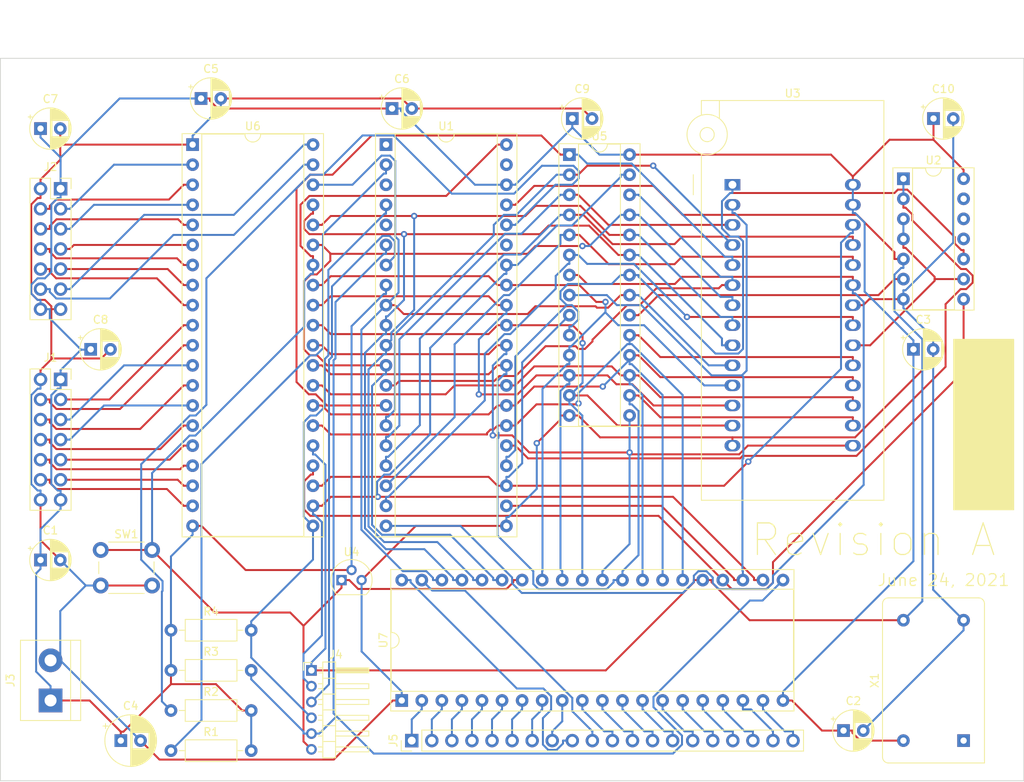
<source format=kicad_pcb>
(kicad_pcb (version 20171130) (host pcbnew "(5.1.10)-1")
  (layers (0 F.Cu signal) (31 B.Cu signal) (34 B.Paste user) (35 F.Paste user) (36 B.SilkS user) (37 F.SilkS user) (38 B.Mask user) (39 F.Mask user) (44 Edge.Cuts user))
  (net 0 "")
  (net 1 GND)
  (net 2 +5V)
  (net 3 IO19)
  (net 4 IO18)
  (net 5 IO17)
  (net 6 IO16)
  (net 7 IO15)
  (net 8 IO14)
  (net 9 IO13)
  (net 10 IO12)
  (net 11 IO11)
  (net 12 IO10)
  (net 13 IO9)
  (net 14 IO8)
  (net 15 IO7)
  (net 16 IO6)
  (net 17 IO5)
  (net 18 IO4)
  (net 19 IO3)
  (net 20 IO2)
  (net 21 IO1)
  (net 22 IO0)
  (net 23 ~RESET~)
  (net 24 ~NMI~)
  (net 25 ~IRQ~)
  (net 26 Sync)
  (net 27 R~W~)
  (net 28 CLK)
  (net 29 "Net-(R1-Pad1)")
  (net 30 "Net-(R2-Pad1)")
  (net 31 /A11)
  (net 32 /A10)
  (net 33 /A9)
  (net 34 /A8)
  (net 35 /A7)
  (net 36 /A6)
  (net 37 /A5)
  (net 38 /D0)
  (net 39 /A4)
  (net 40 /D1)
  (net 41 /A3)
  (net 42 /D2)
  (net 43 /A2)
  (net 44 /D3)
  (net 45 /A1)
  (net 46 /D4)
  (net 47 /A0)
  (net 48 /D5)
  (net 49 /D6)
  (net 50 /D7)
  (net 51 /A15)
  (net 52 /A14)
  (net 53 /A13)
  (net 54 /A12)
  (net 55 /~RAMSEL~)
  (net 56 /~ROMSEL~)
  (net 57 /~IOSEL~)
  (net 58 IO39)
  (net 59 IO38)
  (net 60 IO37)
  (net 61 IO36)
  (net 62 IO35)
  (net 63 IO34)
  (net 64 IO33)
  (net 65 IO32)
  (net 66 IO31)
  (net 67 IO30)
  (net 68 IO29)
  (net 69 IO28)
  (net 70 IO27)
  (net 71 IO26)
  (net 72 IO25)
  (net 73 IO24)
  (net 74 IO23)
  (net 75 IO22)
  (net 76 IO21)
  (net 77 IO20)
  (module Package_DIP:DIP-40_W15.24mm_Socket (layer F.Cu) (at 114.3 106.68 90)
    (fp_text reference U7 (at 7.62 -2.33 90) (layer F.SilkS))
    (fp_text value W65C22SxP)
    (pad 40 thru_hole oval (at 15.24 0 90) (size 1.6 1.6) (drill 0.8) (layers *.Cu *.Mask) (net 69 IO28))
    (pad 20 thru_hole oval (at 0 48.26 90) (size 1.6 1.6) (drill 0.8) (layers *.Cu *.Mask) (net 2 +5V))
    (pad 39 thru_hole oval (at 15.24 2.54 90) (size 1.6 1.6) (drill 0.8) (layers *.Cu *.Mask) (net 68 IO29))
    (pad 19 thru_hole oval (at 0 45.72 90) (size 1.6 1.6) (drill 0.8) (layers *.Cu *.Mask) (net 58 IO39))
    (pad 38 thru_hole oval (at 15.24 5.08 90) (size 1.6 1.6) (drill 0.8) (layers *.Cu *.Mask) (net 47 /A0))
    (pad 18 thru_hole oval (at 0 43.18 90) (size 1.6 1.6) (drill 0.8) (layers *.Cu *.Mask) (net 59 IO38))
    (pad 37 thru_hole oval (at 15.24 7.62 90) (size 1.6 1.6) (drill 0.8) (layers *.Cu *.Mask) (net 45 /A1))
    (pad 17 thru_hole oval (at 0 40.64 90) (size 1.6 1.6) (drill 0.8) (layers *.Cu *.Mask) (net 60 IO37))
    (pad 36 thru_hole oval (at 15.24 10.16 90) (size 1.6 1.6) (drill 0.8) (layers *.Cu *.Mask) (net 43 /A2))
    (pad 16 thru_hole oval (at 0 38.1 90) (size 1.6 1.6) (drill 0.8) (layers *.Cu *.Mask) (net 61 IO36))
    (pad 35 thru_hole oval (at 15.24 12.7 90) (size 1.6 1.6) (drill 0.8) (layers *.Cu *.Mask) (net 41 /A3))
    (pad 15 thru_hole oval (at 0 35.56 90) (size 1.6 1.6) (drill 0.8) (layers *.Cu *.Mask) (net 62 IO35))
    (pad 34 thru_hole oval (at 15.24 15.24 90) (size 1.6 1.6) (drill 0.8) (layers *.Cu *.Mask) (net 23 ~RESET~))
    (pad 14 thru_hole oval (at 0 33.02 90) (size 1.6 1.6) (drill 0.8) (layers *.Cu *.Mask) (net 63 IO34))
    (pad 33 thru_hole oval (at 15.24 17.78 90) (size 1.6 1.6) (drill 0.8) (layers *.Cu *.Mask) (net 38 /D0))
    (pad 13 thru_hole oval (at 0 30.48 90) (size 1.6 1.6) (drill 0.8) (layers *.Cu *.Mask) (net 64 IO33))
    (pad 32 thru_hole oval (at 15.24 20.32 90) (size 1.6 1.6) (drill 0.8) (layers *.Cu *.Mask) (net 40 /D1))
    (pad 12 thru_hole oval (at 0 27.94 90) (size 1.6 1.6) (drill 0.8) (layers *.Cu *.Mask) (net 65 IO32))
    (pad 31 thru_hole oval (at 15.24 22.86 90) (size 1.6 1.6) (drill 0.8) (layers *.Cu *.Mask) (net 42 /D2))
    (pad 11 thru_hole oval (at 0 25.4 90) (size 1.6 1.6) (drill 0.8) (layers *.Cu *.Mask) (net 66 IO31))
    (pad 30 thru_hole oval (at 15.24 25.4 90) (size 1.6 1.6) (drill 0.8) (layers *.Cu *.Mask) (net 44 /D3))
    (pad 10 thru_hole oval (at 0 22.86 90) (size 1.6 1.6) (drill 0.8) (layers *.Cu *.Mask) (net 67 IO30))
    (pad 29 thru_hole oval (at 15.24 27.94 90) (size 1.6 1.6) (drill 0.8) (layers *.Cu *.Mask) (net 46 /D4))
    (pad 9 thru_hole oval (at 0 20.32 90) (size 1.6 1.6) (drill 0.8) (layers *.Cu *.Mask) (net 70 IO27))
    (pad 28 thru_hole oval (at 15.24 30.48 90) (size 1.6 1.6) (drill 0.8) (layers *.Cu *.Mask) (net 48 /D5))
    (pad 8 thru_hole oval (at 0 17.78 90) (size 1.6 1.6) (drill 0.8) (layers *.Cu *.Mask) (net 71 IO26))
    (pad 27 thru_hole oval (at 15.24 33.02 90) (size 1.6 1.6) (drill 0.8) (layers *.Cu *.Mask) (net 49 /D6))
    (pad 7 thru_hole oval (at 0 15.24 90) (size 1.6 1.6) (drill 0.8) (layers *.Cu *.Mask) (net 72 IO25))
    (pad 26 thru_hole oval (at 15.24 35.56 90) (size 1.6 1.6) (drill 0.8) (layers *.Cu *.Mask) (net 50 /D7))
    (pad 6 thru_hole oval (at 0 12.7 90) (size 1.6 1.6) (drill 0.8) (layers *.Cu *.Mask) (net 73 IO24))
    (pad 25 thru_hole oval (at 15.24 38.1 90) (size 1.6 1.6) (drill 0.8) (layers *.Cu *.Mask) (net 28 CLK))
    (pad 5 thru_hole oval (at 0 10.16 90) (size 1.6 1.6) (drill 0.8) (layers *.Cu *.Mask) (net 74 IO23))
    (pad 24 thru_hole oval (at 15.24 40.64 90) (size 1.6 1.6) (drill 0.8) (layers *.Cu *.Mask) (net 57 /~IOSEL~))
    (pad 4 thru_hole oval (at 0 7.62 90) (size 1.6 1.6) (drill 0.8) (layers *.Cu *.Mask) (net 75 IO22))
    (pad 23 thru_hole oval (at 15.24 43.18 90) (size 1.6 1.6) (drill 0.8) (layers *.Cu *.Mask) (net 54 /A12))
    (pad 3 thru_hole oval (at 0 5.08 90) (size 1.6 1.6) (drill 0.8) (layers *.Cu *.Mask) (net 76 IO21))
    (pad 22 thru_hole oval (at 15.24 45.72 90) (size 1.6 1.6) (drill 0.8) (layers *.Cu *.Mask) (net 27 R~W~))
    (pad 2 thru_hole oval (at 0 2.54 90) (size 1.6 1.6) (drill 0.8) (layers *.Cu *.Mask) (net 77 IO20))
    (pad 21 thru_hole oval (at 15.24 48.26 90) (size 1.6 1.6) (drill 0.8) (layers *.Cu *.Mask) (net 24 ~NMI~))
    (pad 1 thru_hole rect (at 0 0 90) (size 1.6 1.6) (drill 0.8) (layers *.Cu *.Mask) (net 1 GND))
  )
  (module Socket:DIP_Socket-28_W11.9_W12.7_W15.24_W17.78_W18.5_3M_228-1277-00-0602J (layer F.Cu) (at 156.16 41.4)
    (fp_text reference U3 (at 7.62 -11.56) (layer F.SilkS))
    (fp_text value 28C256)
    (pad 15 thru_hole oval (at 15.24 33.02) (size 2 1.44) (drill 1) (layers *.Cu *.Mask) (net 44 /D3))
    (pad 14 thru_hole oval (at 0 33.02) (size 2 1.44) (drill 1) (layers *.Cu *.Mask) (net 1 GND))
    (pad 16 thru_hole oval (at 15.24 30.48) (size 2 1.44) (drill 1) (layers *.Cu *.Mask) (net 46 /D4))
    (pad 13 thru_hole oval (at 0 30.48) (size 2 1.44) (drill 1) (layers *.Cu *.Mask) (net 42 /D2))
    (pad 17 thru_hole oval (at 15.24 27.94) (size 2 1.44) (drill 1) (layers *.Cu *.Mask) (net 48 /D5))
    (pad 12 thru_hole oval (at 0 27.94) (size 2 1.44) (drill 1) (layers *.Cu *.Mask) (net 40 /D1))
    (pad 18 thru_hole oval (at 15.24 25.4) (size 2 1.44) (drill 1) (layers *.Cu *.Mask) (net 49 /D6))
    (pad 11 thru_hole oval (at 0 25.4) (size 2 1.44) (drill 1) (layers *.Cu *.Mask) (net 38 /D0))
    (pad 19 thru_hole oval (at 15.24 22.86) (size 2 1.44) (drill 1) (layers *.Cu *.Mask) (net 50 /D7))
    (pad 10 thru_hole oval (at 0 22.86) (size 2 1.44) (drill 1) (layers *.Cu *.Mask) (net 47 /A0))
    (pad 20 thru_hole oval (at 15.24 20.32) (size 2 1.44) (drill 1) (layers *.Cu *.Mask) (net 56 /~ROMSEL~))
    (pad 9 thru_hole oval (at 0 20.32) (size 2 1.44) (drill 1) (layers *.Cu *.Mask) (net 45 /A1))
    (pad 21 thru_hole oval (at 15.24 17.78) (size 2 1.44) (drill 1) (layers *.Cu *.Mask) (net 32 /A10))
    (pad 8 thru_hole oval (at 0 17.78) (size 2 1.44) (drill 1) (layers *.Cu *.Mask) (net 43 /A2))
    (pad 22 thru_hole oval (at 15.24 15.24) (size 2 1.44) (drill 1) (layers *.Cu *.Mask) (net 1 GND))
    (pad 7 thru_hole oval (at 0 15.24) (size 2 1.44) (drill 1) (layers *.Cu *.Mask) (net 41 /A3))
    (pad 23 thru_hole oval (at 15.24 12.7) (size 2 1.44) (drill 1) (layers *.Cu *.Mask) (net 31 /A11))
    (pad 6 thru_hole oval (at 0 12.7) (size 2 1.44) (drill 1) (layers *.Cu *.Mask) (net 39 /A4))
    (pad 24 thru_hole oval (at 15.24 10.16) (size 2 1.44) (drill 1) (layers *.Cu *.Mask) (net 33 /A9))
    (pad 5 thru_hole oval (at 0 10.16) (size 2 1.44) (drill 1) (layers *.Cu *.Mask) (net 37 /A5))
    (pad 25 thru_hole oval (at 15.24 7.62) (size 2 1.44) (drill 1) (layers *.Cu *.Mask) (net 34 /A8))
    (pad 4 thru_hole oval (at 0 7.62) (size 2 1.44) (drill 1) (layers *.Cu *.Mask) (net 36 /A6))
    (pad 26 thru_hole oval (at 15.24 5.08) (size 2 1.44) (drill 1) (layers *.Cu *.Mask) (net 53 /A13))
    (pad 3 thru_hole oval (at 0 5.08) (size 2 1.44) (drill 1) (layers *.Cu *.Mask) (net 35 /A7))
    (pad 27 thru_hole oval (at 15.24 2.54) (size 2 1.44) (drill 1) (layers *.Cu *.Mask) (net 2 +5V))
    (pad 2 thru_hole oval (at 0 2.54) (size 2 1.44) (drill 1) (layers *.Cu *.Mask) (net 54 /A12))
    (pad 28 thru_hole oval (at 15.24 0) (size 2 1.44) (drill 1) (layers *.Cu *.Mask) (net 2 +5V))
    (pad 1 thru_hole rect (at 0 0) (size 2 1.44) (drill 1) (layers *.Cu *.Mask) (net 52 /A14))
  )
  (module Resistor_THT:R_Axial_DIN0207_L6.3mm_D2.5mm_P10.16mm_Horizontal (layer F.Cu) (at 85.09 97.79)
    (fp_text reference R4 (at 5.08 -2.37) (layer F.SilkS))
    (fp_text value 3.3)
    (pad 2 thru_hole oval (at 10.16 0) (size 1.6 1.6) (drill 0.8) (layers *.Cu *.Mask) (net 25 ~IRQ~))
    (pad 1 thru_hole circle (at 0 0) (size 1.6 1.6) (drill 0.8) (layers *.Cu *.Mask) (net 2 +5V))
  )
  (module Resistor_THT:R_Axial_DIN0207_L6.3mm_D2.5mm_P10.16mm_Horizontal (layer F.Cu) (at 85.09 102.87)
    (fp_text reference R3 (at 5.08 -2.37) (layer F.SilkS))
    (fp_text value 3.3)
    (pad 2 thru_hole oval (at 10.16 0) (size 1.6 1.6) (drill 0.8) (layers *.Cu *.Mask) (net 24 ~NMI~))
    (pad 1 thru_hole circle (at 0 0) (size 1.6 1.6) (drill 0.8) (layers *.Cu *.Mask) (net 2 +5V))
  )
  (module Connector_PinHeader_2.54mm:PinHeader_1x20_P2.54mm_Vertical (layer F.Cu) (at 115.57 111.76 90)
    (fp_text reference J5 (at 0 -2.33 90) (layer F.SilkS))
    (fp_text value IO3)
    (pad 20 thru_hole oval (at 0 48.26 90) (size 1.7 1.7) (drill 1) (layers *.Cu *.Mask) (net 58 IO39))
    (pad 19 thru_hole oval (at 0 45.72 90) (size 1.7 1.7) (drill 1) (layers *.Cu *.Mask) (net 59 IO38))
    (pad 18 thru_hole oval (at 0 43.18 90) (size 1.7 1.7) (drill 1) (layers *.Cu *.Mask) (net 60 IO37))
    (pad 17 thru_hole oval (at 0 40.64 90) (size 1.7 1.7) (drill 1) (layers *.Cu *.Mask) (net 61 IO36))
    (pad 16 thru_hole oval (at 0 38.1 90) (size 1.7 1.7) (drill 1) (layers *.Cu *.Mask) (net 62 IO35))
    (pad 15 thru_hole oval (at 0 35.56 90) (size 1.7 1.7) (drill 1) (layers *.Cu *.Mask) (net 63 IO34))
    (pad 14 thru_hole oval (at 0 33.02 90) (size 1.7 1.7) (drill 1) (layers *.Cu *.Mask) (net 64 IO33))
    (pad 13 thru_hole oval (at 0 30.48 90) (size 1.7 1.7) (drill 1) (layers *.Cu *.Mask) (net 65 IO32))
    (pad 12 thru_hole oval (at 0 27.94 90) (size 1.7 1.7) (drill 1) (layers *.Cu *.Mask) (net 66 IO31))
    (pad 11 thru_hole oval (at 0 25.4 90) (size 1.7 1.7) (drill 1) (layers *.Cu *.Mask) (net 67 IO30))
    (pad 10 thru_hole oval (at 0 22.86 90) (size 1.7 1.7) (drill 1) (layers *.Cu *.Mask) (net 68 IO29))
    (pad 9 thru_hole oval (at 0 20.32 90) (size 1.7 1.7) (drill 1) (layers *.Cu *.Mask) (net 69 IO28))
    (pad 8 thru_hole oval (at 0 17.78 90) (size 1.7 1.7) (drill 1) (layers *.Cu *.Mask) (net 70 IO27))
    (pad 7 thru_hole oval (at 0 15.24 90) (size 1.7 1.7) (drill 1) (layers *.Cu *.Mask) (net 71 IO26))
    (pad 6 thru_hole oval (at 0 12.7 90) (size 1.7 1.7) (drill 1) (layers *.Cu *.Mask) (net 72 IO25))
    (pad 5 thru_hole oval (at 0 10.16 90) (size 1.7 1.7) (drill 1) (layers *.Cu *.Mask) (net 73 IO24))
    (pad 4 thru_hole oval (at 0 7.62 90) (size 1.7 1.7) (drill 1) (layers *.Cu *.Mask) (net 74 IO23))
    (pad 3 thru_hole oval (at 0 5.08 90) (size 1.7 1.7) (drill 1) (layers *.Cu *.Mask) (net 75 IO22))
    (pad 2 thru_hole oval (at 0 2.54 90) (size 1.7 1.7) (drill 1) (layers *.Cu *.Mask) (net 76 IO21))
    (pad 1 thru_hole rect (at 0 0 90) (size 1.7 1.7) (drill 1) (layers *.Cu *.Mask) (net 77 IO20))
  )
  (module Capacitor_THT:CP_Radial_D6.3mm_P2.50mm (layer F.Cu) (at 78.74 111.76)
    (fp_text reference C4 (at 1.25 -4.4) (layer F.SilkS))
    (fp_text value CP1)
    (pad 2 thru_hole circle (at 2.5 0) (size 1.6 1.6) (drill 0.8) (layers *.Cu *.Mask) (net 1 GND))
    (pad 1 thru_hole rect (at 0 0) (size 1.6 1.6) (drill 0.8) (layers *.Cu *.Mask) (net 2 +5V))
  )
  (module Oscillator:Oscillator_DIP-14 (layer F.Cu) (at 185.42 111.76 90)
    (fp_text reference X1 (at 7.62 -11.26 90) (layer F.SilkS))
    (fp_text value 1MHz)
    (pad 7 thru_hole circle (at 15.24 0 90) (size 1.6 1.6) (drill 0.8) (layers *.Cu *.Mask) (net 1 GND))
    (pad 8 thru_hole circle (at 15.24 -7.62 90) (size 1.6 1.6) (drill 0.8) (layers *.Cu *.Mask) (net 28 CLK))
    (pad 14 thru_hole circle (at 0 -7.62 90) (size 1.6 1.6) (drill 0.8) (layers *.Cu *.Mask) (net 2 +5V))
    (pad 1 thru_hole rect (at 0 0 90) (size 1.6 1.6) (drill 0.8) (layers *.Cu *.Mask))
  )
  (module Package_DIP:DIP-40_W15.24mm_Socket (layer F.Cu) (at 87.83 36.32)
    (fp_text reference U6 (at 7.62 -2.33) (layer F.SilkS))
    (fp_text value W65C22SxP)
    (pad 40 thru_hole oval (at 15.24 0) (size 1.6 1.6) (drill 0.8) (layers *.Cu *.Mask) (net 14 IO8))
    (pad 20 thru_hole oval (at 0 48.26) (size 1.6 1.6) (drill 0.8) (layers *.Cu *.Mask) (net 2 +5V))
    (pad 39 thru_hole oval (at 15.24 2.54) (size 1.6 1.6) (drill 0.8) (layers *.Cu *.Mask) (net 13 IO9))
    (pad 19 thru_hole oval (at 0 45.72) (size 1.6 1.6) (drill 0.8) (layers *.Cu *.Mask) (net 3 IO19))
    (pad 38 thru_hole oval (at 15.24 5.08) (size 1.6 1.6) (drill 0.8) (layers *.Cu *.Mask) (net 47 /A0))
    (pad 18 thru_hole oval (at 0 43.18) (size 1.6 1.6) (drill 0.8) (layers *.Cu *.Mask) (net 4 IO18))
    (pad 37 thru_hole oval (at 15.24 7.62) (size 1.6 1.6) (drill 0.8) (layers *.Cu *.Mask) (net 45 /A1))
    (pad 17 thru_hole oval (at 0 40.64) (size 1.6 1.6) (drill 0.8) (layers *.Cu *.Mask) (net 5 IO17))
    (pad 36 thru_hole oval (at 15.24 10.16) (size 1.6 1.6) (drill 0.8) (layers *.Cu *.Mask) (net 43 /A2))
    (pad 16 thru_hole oval (at 0 38.1) (size 1.6 1.6) (drill 0.8) (layers *.Cu *.Mask) (net 6 IO16))
    (pad 35 thru_hole oval (at 15.24 12.7) (size 1.6 1.6) (drill 0.8) (layers *.Cu *.Mask) (net 41 /A3))
    (pad 15 thru_hole oval (at 0 35.56) (size 1.6 1.6) (drill 0.8) (layers *.Cu *.Mask) (net 7 IO15))
    (pad 34 thru_hole oval (at 15.24 15.24) (size 1.6 1.6) (drill 0.8) (layers *.Cu *.Mask) (net 23 ~RESET~))
    (pad 14 thru_hole oval (at 0 33.02) (size 1.6 1.6) (drill 0.8) (layers *.Cu *.Mask) (net 8 IO14))
    (pad 33 thru_hole oval (at 15.24 17.78) (size 1.6 1.6) (drill 0.8) (layers *.Cu *.Mask) (net 38 /D0))
    (pad 13 thru_hole oval (at 0 30.48) (size 1.6 1.6) (drill 0.8) (layers *.Cu *.Mask) (net 9 IO13))
    (pad 32 thru_hole oval (at 15.24 20.32) (size 1.6 1.6) (drill 0.8) (layers *.Cu *.Mask) (net 40 /D1))
    (pad 12 thru_hole oval (at 0 27.94) (size 1.6 1.6) (drill 0.8) (layers *.Cu *.Mask) (net 10 IO12))
    (pad 31 thru_hole oval (at 15.24 22.86) (size 1.6 1.6) (drill 0.8) (layers *.Cu *.Mask) (net 42 /D2))
    (pad 11 thru_hole oval (at 0 25.4) (size 1.6 1.6) (drill 0.8) (layers *.Cu *.Mask) (net 11 IO11))
    (pad 30 thru_hole oval (at 15.24 25.4) (size 1.6 1.6) (drill 0.8) (layers *.Cu *.Mask) (net 44 /D3))
    (pad 10 thru_hole oval (at 0 22.86) (size 1.6 1.6) (drill 0.8) (layers *.Cu *.Mask) (net 12 IO10))
    (pad 29 thru_hole oval (at 15.24 27.94) (size 1.6 1.6) (drill 0.8) (layers *.Cu *.Mask) (net 46 /D4))
    (pad 9 thru_hole oval (at 0 20.32) (size 1.6 1.6) (drill 0.8) (layers *.Cu *.Mask) (net 15 IO7))
    (pad 28 thru_hole oval (at 15.24 30.48) (size 1.6 1.6) (drill 0.8) (layers *.Cu *.Mask) (net 48 /D5))
    (pad 8 thru_hole oval (at 0 17.78) (size 1.6 1.6) (drill 0.8) (layers *.Cu *.Mask) (net 16 IO6))
    (pad 27 thru_hole oval (at 15.24 33.02) (size 1.6 1.6) (drill 0.8) (layers *.Cu *.Mask) (net 49 /D6))
    (pad 7 thru_hole oval (at 0 15.24) (size 1.6 1.6) (drill 0.8) (layers *.Cu *.Mask) (net 17 IO5))
    (pad 26 thru_hole oval (at 15.24 35.56) (size 1.6 1.6) (drill 0.8) (layers *.Cu *.Mask) (net 50 /D7))
    (pad 6 thru_hole oval (at 0 12.7) (size 1.6 1.6) (drill 0.8) (layers *.Cu *.Mask) (net 18 IO4))
    (pad 25 thru_hole oval (at 15.24 38.1) (size 1.6 1.6) (drill 0.8) (layers *.Cu *.Mask) (net 28 CLK))
    (pad 5 thru_hole oval (at 0 10.16) (size 1.6 1.6) (drill 0.8) (layers *.Cu *.Mask) (net 19 IO3))
    (pad 24 thru_hole oval (at 15.24 40.64) (size 1.6 1.6) (drill 0.8) (layers *.Cu *.Mask) (net 57 /~IOSEL~))
    (pad 4 thru_hole oval (at 0 7.62) (size 1.6 1.6) (drill 0.8) (layers *.Cu *.Mask) (net 20 IO2))
    (pad 23 thru_hole oval (at 15.24 43.18) (size 1.6 1.6) (drill 0.8) (layers *.Cu *.Mask) (net 53 /A13))
    (pad 3 thru_hole oval (at 0 5.08) (size 1.6 1.6) (drill 0.8) (layers *.Cu *.Mask) (net 21 IO1))
    (pad 22 thru_hole oval (at 15.24 45.72) (size 1.6 1.6) (drill 0.8) (layers *.Cu *.Mask) (net 27 R~W~))
    (pad 2 thru_hole oval (at 0 2.54) (size 1.6 1.6) (drill 0.8) (layers *.Cu *.Mask) (net 22 IO0))
    (pad 21 thru_hole oval (at 15.24 48.26) (size 1.6 1.6) (drill 0.8) (layers *.Cu *.Mask) (net 25 ~IRQ~))
    (pad 1 thru_hole rect (at 0 0) (size 1.6 1.6) (drill 0.8) (layers *.Cu *.Mask) (net 1 GND))
  )
  (module Package_DIP:DIP-28_W7.62mm_Socket (layer F.Cu) (at 135.52 37.59)
    (fp_text reference U5 (at 3.81 -2.33) (layer F.SilkS))
    (fp_text value CY7C199)
    (pad 28 thru_hole oval (at 7.62 0) (size 1.6 1.6) (drill 0.8) (layers *.Cu *.Mask) (net 2 +5V))
    (pad 14 thru_hole oval (at 0 33.02) (size 1.6 1.6) (drill 0.8) (layers *.Cu *.Mask) (net 1 GND))
    (pad 27 thru_hole oval (at 7.62 2.54) (size 1.6 1.6) (drill 0.8) (layers *.Cu *.Mask) (net 27 R~W~))
    (pad 13 thru_hole oval (at 0 30.48) (size 1.6 1.6) (drill 0.8) (layers *.Cu *.Mask) (net 42 /D2))
    (pad 26 thru_hole oval (at 7.62 5.08) (size 1.6 1.6) (drill 0.8) (layers *.Cu *.Mask) (net 39 /A4))
    (pad 12 thru_hole oval (at 0 27.94) (size 1.6 1.6) (drill 0.8) (layers *.Cu *.Mask) (net 40 /D1))
    (pad 25 thru_hole oval (at 7.62 7.62) (size 1.6 1.6) (drill 0.8) (layers *.Cu *.Mask) (net 41 /A3))
    (pad 11 thru_hole oval (at 0 25.4) (size 1.6 1.6) (drill 0.8) (layers *.Cu *.Mask) (net 38 /D0))
    (pad 24 thru_hole oval (at 7.62 10.16) (size 1.6 1.6) (drill 0.8) (layers *.Cu *.Mask) (net 43 /A2))
    (pad 10 thru_hole oval (at 0 22.86) (size 1.6 1.6) (drill 0.8) (layers *.Cu *.Mask) (net 52 /A14))
    (pad 23 thru_hole oval (at 7.62 12.7) (size 1.6 1.6) (drill 0.8) (layers *.Cu *.Mask) (net 45 /A1))
    (pad 9 thru_hole oval (at 0 20.32) (size 1.6 1.6) (drill 0.8) (layers *.Cu *.Mask) (net 53 /A13))
    (pad 22 thru_hole oval (at 7.62 15.24) (size 1.6 1.6) (drill 0.8) (layers *.Cu *.Mask) (net 52 /A14))
    (pad 8 thru_hole oval (at 0 17.78) (size 1.6 1.6) (drill 0.8) (layers *.Cu *.Mask) (net 54 /A12))
    (pad 21 thru_hole oval (at 7.62 17.78) (size 1.6 1.6) (drill 0.8) (layers *.Cu *.Mask) (net 47 /A0))
    (pad 7 thru_hole oval (at 0 15.24) (size 1.6 1.6) (drill 0.8) (layers *.Cu *.Mask) (net 31 /A11))
    (pad 20 thru_hole oval (at 7.62 20.32) (size 1.6 1.6) (drill 0.8) (layers *.Cu *.Mask) (net 55 /~RAMSEL~))
    (pad 6 thru_hole oval (at 0 12.7) (size 1.6 1.6) (drill 0.8) (layers *.Cu *.Mask) (net 32 /A10))
    (pad 19 thru_hole oval (at 7.62 22.86) (size 1.6 1.6) (drill 0.8) (layers *.Cu *.Mask) (net 50 /D7))
    (pad 5 thru_hole oval (at 0 10.16) (size 1.6 1.6) (drill 0.8) (layers *.Cu *.Mask) (net 33 /A9))
    (pad 18 thru_hole oval (at 7.62 25.4) (size 1.6 1.6) (drill 0.8) (layers *.Cu *.Mask) (net 49 /D6))
    (pad 4 thru_hole oval (at 0 7.62) (size 1.6 1.6) (drill 0.8) (layers *.Cu *.Mask) (net 34 /A8))
    (pad 17 thru_hole oval (at 7.62 27.94) (size 1.6 1.6) (drill 0.8) (layers *.Cu *.Mask) (net 48 /D5))
    (pad 3 thru_hole oval (at 0 5.08) (size 1.6 1.6) (drill 0.8) (layers *.Cu *.Mask) (net 35 /A7))
    (pad 16 thru_hole oval (at 7.62 30.48) (size 1.6 1.6) (drill 0.8) (layers *.Cu *.Mask) (net 46 /D4))
    (pad 2 thru_hole oval (at 0 2.54) (size 1.6 1.6) (drill 0.8) (layers *.Cu *.Mask) (net 36 /A6))
    (pad 15 thru_hole oval (at 7.62 33.02) (size 1.6 1.6) (drill 0.8) (layers *.Cu *.Mask) (net 44 /D3))
    (pad 1 thru_hole rect (at 0 0) (size 1.6 1.6) (drill 0.8) (layers *.Cu *.Mask) (net 37 /A5))
  )
  (module Package_TO_SOT_THT:TO-92 (layer F.Cu) (at 106.68 91.44)
    (fp_text reference U4 (at 1.27 -3.56) (layer F.SilkS))
    (fp_text value DS1813)
    (pad 1 thru_hole rect (at 0 0) (size 1.3 1.3) (drill 0.75) (layers *.Cu *.Mask) (net 23 ~RESET~))
    (pad 3 thru_hole circle (at 2.54 0) (size 1.3 1.3) (drill 0.75) (layers *.Cu *.Mask) (net 1 GND))
    (pad 2 thru_hole circle (at 1.27 -1.27) (size 1.3 1.3) (drill 0.75) (layers *.Cu *.Mask) (net 2 +5V))
  )
  (module Package_DIP:DIP-14_W7.62mm_Socket (layer F.Cu) (at 177.8 40.64)
    (fp_text reference U2 (at 3.81 -2.33) (layer F.SilkS))
    (fp_text value 74HC00)
    (pad 14 thru_hole oval (at 7.62 0) (size 1.6 1.6) (drill 0.8) (layers *.Cu *.Mask) (net 2 +5V))
    (pad 7 thru_hole oval (at 0 15.24) (size 1.6 1.6) (drill 0.8) (layers *.Cu *.Mask) (net 1 GND))
    (pad 13 thru_hole oval (at 7.62 2.54) (size 1.6 1.6) (drill 0.8) (layers *.Cu *.Mask))
    (pad 6 thru_hole oval (at 0 12.7) (size 1.6 1.6) (drill 0.8) (layers *.Cu *.Mask) (net 55 /~RAMSEL~))
    (pad 12 thru_hole oval (at 7.62 5.08) (size 1.6 1.6) (drill 0.8) (layers *.Cu *.Mask))
    (pad 5 thru_hole oval (at 0 10.16) (size 1.6 1.6) (drill 0.8) (layers *.Cu *.Mask) (net 28 CLK))
    (pad 11 thru_hole oval (at 7.62 7.62) (size 1.6 1.6) (drill 0.8) (layers *.Cu *.Mask))
    (pad 4 thru_hole oval (at 0 7.62) (size 1.6 1.6) (drill 0.8) (layers *.Cu *.Mask) (net 56 /~ROMSEL~))
    (pad 10 thru_hole oval (at 7.62 10.16) (size 1.6 1.6) (drill 0.8) (layers *.Cu *.Mask) (net 52 /A14))
    (pad 3 thru_hole oval (at 0 5.08) (size 1.6 1.6) (drill 0.8) (layers *.Cu *.Mask) (net 56 /~ROMSEL~))
    (pad 9 thru_hole oval (at 7.62 12.7) (size 1.6 1.6) (drill 0.8) (layers *.Cu *.Mask) (net 56 /~ROMSEL~))
    (pad 2 thru_hole oval (at 0 2.54) (size 1.6 1.6) (drill 0.8) (layers *.Cu *.Mask) (net 51 /A15))
    (pad 8 thru_hole oval (at 7.62 15.24) (size 1.6 1.6) (drill 0.8) (layers *.Cu *.Mask) (net 57 /~IOSEL~))
    (pad 1 thru_hole rect (at 0 0) (size 1.6 1.6) (drill 0.8) (layers *.Cu *.Mask) (net 51 /A15))
  )
  (module Package_DIP:DIP-40_W15.24mm_Socket (layer F.Cu) (at 112.31 36.32)
    (fp_text reference U1 (at 7.62 -2.33) (layer F.SilkS))
    (fp_text value W65C02SxP)
    (pad 40 thru_hole oval (at 15.24 0) (size 1.6 1.6) (drill 0.8) (layers *.Cu *.Mask) (net 23 ~RESET~))
    (pad 20 thru_hole oval (at 0 48.26) (size 1.6 1.6) (drill 0.8) (layers *.Cu *.Mask) (net 31 /A11))
    (pad 39 thru_hole oval (at 15.24 2.54) (size 1.6 1.6) (drill 0.8) (layers *.Cu *.Mask))
    (pad 19 thru_hole oval (at 0 45.72) (size 1.6 1.6) (drill 0.8) (layers *.Cu *.Mask) (net 32 /A10))
    (pad 38 thru_hole oval (at 15.24 5.08) (size 1.6 1.6) (drill 0.8) (layers *.Cu *.Mask) (net 2 +5V))
    (pad 18 thru_hole oval (at 0 43.18) (size 1.6 1.6) (drill 0.8) (layers *.Cu *.Mask) (net 33 /A9))
    (pad 37 thru_hole oval (at 15.24 7.62) (size 1.6 1.6) (drill 0.8) (layers *.Cu *.Mask) (net 28 CLK))
    (pad 17 thru_hole oval (at 0 40.64) (size 1.6 1.6) (drill 0.8) (layers *.Cu *.Mask) (net 34 /A8))
    (pad 36 thru_hole oval (at 15.24 10.16) (size 1.6 1.6) (drill 0.8) (layers *.Cu *.Mask) (net 30 "Net-(R2-Pad1)"))
    (pad 16 thru_hole oval (at 0 38.1) (size 1.6 1.6) (drill 0.8) (layers *.Cu *.Mask) (net 35 /A7))
    (pad 35 thru_hole oval (at 15.24 12.7) (size 1.6 1.6) (drill 0.8) (layers *.Cu *.Mask))
    (pad 15 thru_hole oval (at 0 35.56) (size 1.6 1.6) (drill 0.8) (layers *.Cu *.Mask) (net 36 /A6))
    (pad 34 thru_hole oval (at 15.24 15.24) (size 1.6 1.6) (drill 0.8) (layers *.Cu *.Mask) (net 27 R~W~))
    (pad 14 thru_hole oval (at 0 33.02) (size 1.6 1.6) (drill 0.8) (layers *.Cu *.Mask) (net 37 /A5))
    (pad 33 thru_hole oval (at 15.24 17.78) (size 1.6 1.6) (drill 0.8) (layers *.Cu *.Mask) (net 38 /D0))
    (pad 13 thru_hole oval (at 0 30.48) (size 1.6 1.6) (drill 0.8) (layers *.Cu *.Mask) (net 39 /A4))
    (pad 32 thru_hole oval (at 15.24 20.32) (size 1.6 1.6) (drill 0.8) (layers *.Cu *.Mask) (net 40 /D1))
    (pad 12 thru_hole oval (at 0 27.94) (size 1.6 1.6) (drill 0.8) (layers *.Cu *.Mask) (net 41 /A3))
    (pad 31 thru_hole oval (at 15.24 22.86) (size 1.6 1.6) (drill 0.8) (layers *.Cu *.Mask) (net 42 /D2))
    (pad 11 thru_hole oval (at 0 25.4) (size 1.6 1.6) (drill 0.8) (layers *.Cu *.Mask) (net 43 /A2))
    (pad 30 thru_hole oval (at 15.24 25.4) (size 1.6 1.6) (drill 0.8) (layers *.Cu *.Mask) (net 44 /D3))
    (pad 10 thru_hole oval (at 0 22.86) (size 1.6 1.6) (drill 0.8) (layers *.Cu *.Mask) (net 45 /A1))
    (pad 29 thru_hole oval (at 15.24 27.94) (size 1.6 1.6) (drill 0.8) (layers *.Cu *.Mask) (net 46 /D4))
    (pad 9 thru_hole oval (at 0 20.32) (size 1.6 1.6) (drill 0.8) (layers *.Cu *.Mask) (net 47 /A0))
    (pad 28 thru_hole oval (at 15.24 30.48) (size 1.6 1.6) (drill 0.8) (layers *.Cu *.Mask) (net 48 /D5))
    (pad 8 thru_hole oval (at 0 17.78) (size 1.6 1.6) (drill 0.8) (layers *.Cu *.Mask) (net 2 +5V))
    (pad 27 thru_hole oval (at 15.24 33.02) (size 1.6 1.6) (drill 0.8) (layers *.Cu *.Mask) (net 49 /D6))
    (pad 7 thru_hole oval (at 0 15.24) (size 1.6 1.6) (drill 0.8) (layers *.Cu *.Mask) (net 26 Sync))
    (pad 26 thru_hole oval (at 15.24 35.56) (size 1.6 1.6) (drill 0.8) (layers *.Cu *.Mask) (net 50 /D7))
    (pad 6 thru_hole oval (at 0 12.7) (size 1.6 1.6) (drill 0.8) (layers *.Cu *.Mask) (net 24 ~NMI~))
    (pad 25 thru_hole oval (at 15.24 38.1) (size 1.6 1.6) (drill 0.8) (layers *.Cu *.Mask) (net 51 /A15))
    (pad 5 thru_hole oval (at 0 10.16) (size 1.6 1.6) (drill 0.8) (layers *.Cu *.Mask))
    (pad 24 thru_hole oval (at 15.24 40.64) (size 1.6 1.6) (drill 0.8) (layers *.Cu *.Mask) (net 52 /A14))
    (pad 4 thru_hole oval (at 0 7.62) (size 1.6 1.6) (drill 0.8) (layers *.Cu *.Mask) (net 25 ~IRQ~))
    (pad 23 thru_hole oval (at 15.24 43.18) (size 1.6 1.6) (drill 0.8) (layers *.Cu *.Mask) (net 53 /A13))
    (pad 3 thru_hole oval (at 0 5.08) (size 1.6 1.6) (drill 0.8) (layers *.Cu *.Mask))
    (pad 22 thru_hole oval (at 15.24 45.72) (size 1.6 1.6) (drill 0.8) (layers *.Cu *.Mask) (net 54 /A12))
    (pad 2 thru_hole oval (at 0 2.54) (size 1.6 1.6) (drill 0.8) (layers *.Cu *.Mask) (net 29 "Net-(R1-Pad1)"))
    (pad 21 thru_hole oval (at 15.24 48.26) (size 1.6 1.6) (drill 0.8) (layers *.Cu *.Mask) (net 1 GND))
    (pad 1 thru_hole rect (at 0 0) (size 1.6 1.6) (drill 0.8) (layers *.Cu *.Mask))
  )
  (module Button_Switch_THT:SW_PUSH_6mm_H9.5mm (layer F.Cu) (at 76.2 87.63)
    (fp_text reference SW1 (at 3.25 -2) (layer F.SilkS))
    (fp_text value SW_Push)
    (pad 1 thru_hole circle (at 6.5 0 90) (size 2 2) (drill 1.1) (layers *.Cu *.Mask) (net 23 ~RESET~))
    (pad 2 thru_hole circle (at 6.5 4.5 90) (size 2 2) (drill 1.1) (layers *.Cu *.Mask) (net 1 GND))
    (pad 1 thru_hole circle (at 0 0 90) (size 2 2) (drill 1.1) (layers *.Cu *.Mask) (net 23 ~RESET~))
    (pad 2 thru_hole circle (at 0 4.5 90) (size 2 2) (drill 1.1) (layers *.Cu *.Mask) (net 1 GND))
  )
  (module Resistor_THT:R_Axial_DIN0207_L6.3mm_D2.5mm_P10.16mm_Horizontal (layer F.Cu) (at 85.09 107.95)
    (fp_text reference R2 (at 5.08 -2.37) (layer F.SilkS))
    (fp_text value 3.3)
    (pad 2 thru_hole oval (at 10.16 0) (size 1.6 1.6) (drill 0.8) (layers *.Cu *.Mask) (net 2 +5V))
    (pad 1 thru_hole circle (at 0 0) (size 1.6 1.6) (drill 0.8) (layers *.Cu *.Mask) (net 30 "Net-(R2-Pad1)"))
  )
  (module Resistor_THT:R_Axial_DIN0207_L6.3mm_D2.5mm_P10.16mm_Horizontal (layer F.Cu) (at 85.09 113.03)
    (fp_text reference R1 (at 5.08 -2.37) (layer F.SilkS))
    (fp_text value 3.3)
    (pad 2 thru_hole oval (at 10.16 0) (size 1.6 1.6) (drill 0.8) (layers *.Cu *.Mask) (net 2 +5V))
    (pad 1 thru_hole circle (at 0 0) (size 1.6 1.6) (drill 0.8) (layers *.Cu *.Mask) (net 29 "Net-(R1-Pad1)"))
  )
  (module Connector_PinHeader_2.00mm:PinHeader_1x06_P2.00mm_Horizontal (layer F.Cu) (at 102.87 102.87)
    (fp_text reference J4 (at 3.1 -2) (layer F.SilkS))
    (fp_text value "Control Bus Port")
    (pad 6 thru_hole oval (at 0 10) (size 1.35 1.35) (drill 0.8) (layers *.Cu *.Mask) (net 23 ~RESET~))
    (pad 5 thru_hole oval (at 0 8) (size 1.35 1.35) (drill 0.8) (layers *.Cu *.Mask) (net 24 ~NMI~))
    (pad 4 thru_hole oval (at 0 6) (size 1.35 1.35) (drill 0.8) (layers *.Cu *.Mask) (net 25 ~IRQ~))
    (pad 3 thru_hole oval (at 0 4) (size 1.35 1.35) (drill 0.8) (layers *.Cu *.Mask) (net 26 Sync))
    (pad 2 thru_hole oval (at 0 2) (size 1.35 1.35) (drill 0.8) (layers *.Cu *.Mask) (net 27 R~W~))
    (pad 1 thru_hole rect (at 0 0) (size 1.35 1.35) (drill 0.8) (layers *.Cu *.Mask) (net 28 CLK))
  )
  (module TerminalBlock:TerminalBlock_bornier-2_P5.08mm (layer F.Cu) (at 69.85 106.68 90)
    (fp_text reference J3 (at 2.54 -5.08 90) (layer F.SilkS))
    (fp_text value Screw_Terminal_01x02)
    (pad 2 thru_hole circle (at 5.08 0 90) (size 3 3) (drill 1.52) (layers *.Cu *.Mask) (net 1 GND))
    (pad 1 thru_hole rect (at 0 0 90) (size 3 3) (drill 1.52) (layers *.Cu *.Mask) (net 2 +5V))
  )
  (module Connector_PinSocket_2.54mm:PinSocket_2x07_P2.54mm_Vertical (layer F.Cu) (at 71.12 41.91)
    (fp_text reference J2 (at -1.27 -2.77) (layer F.SilkS))
    (fp_text value "IO Port 1")
    (pad 14 thru_hole oval (at -2.54 15.24) (size 1.7 1.7) (drill 1) (layers *.Cu *.Mask) (net 2 +5V))
    (pad 13 thru_hole oval (at 0 15.24) (size 1.7 1.7) (drill 1) (layers *.Cu *.Mask) (net 1 GND))
    (pad 12 thru_hole oval (at -2.54 12.7) (size 1.7 1.7) (drill 1) (layers *.Cu *.Mask) (net 13 IO9))
    (pad 11 thru_hole oval (at 0 12.7) (size 1.7 1.7) (drill 1) (layers *.Cu *.Mask) (net 14 IO8))
    (pad 10 thru_hole oval (at -2.54 10.16) (size 1.7 1.7) (drill 1) (layers *.Cu *.Mask) (net 15 IO7))
    (pad 9 thru_hole oval (at 0 10.16) (size 1.7 1.7) (drill 1) (layers *.Cu *.Mask) (net 16 IO6))
    (pad 8 thru_hole oval (at -2.54 7.62) (size 1.7 1.7) (drill 1) (layers *.Cu *.Mask) (net 17 IO5))
    (pad 7 thru_hole oval (at 0 7.62) (size 1.7 1.7) (drill 1) (layers *.Cu *.Mask) (net 18 IO4))
    (pad 6 thru_hole oval (at -2.54 5.08) (size 1.7 1.7) (drill 1) (layers *.Cu *.Mask) (net 19 IO3))
    (pad 5 thru_hole oval (at 0 5.08) (size 1.7 1.7) (drill 1) (layers *.Cu *.Mask) (net 20 IO2))
    (pad 4 thru_hole oval (at -2.54 2.54) (size 1.7 1.7) (drill 1) (layers *.Cu *.Mask) (net 21 IO1))
    (pad 3 thru_hole oval (at 0 2.54) (size 1.7 1.7) (drill 1) (layers *.Cu *.Mask) (net 22 IO0))
    (pad 2 thru_hole oval (at -2.54 0) (size 1.7 1.7) (drill 1) (layers *.Cu *.Mask) (net 1 GND))
    (pad 1 thru_hole rect (at 0 0) (size 1.7 1.7) (drill 1) (layers *.Cu *.Mask) (net 2 +5V))
  )
  (module Connector_PinSocket_2.54mm:PinSocket_2x07_P2.54mm_Vertical (layer F.Cu) (at 71.12 66.04)
    (fp_text reference J1 (at -1.27 -2.77) (layer F.SilkS))
    (fp_text value "IO Port 2")
    (pad 14 thru_hole oval (at -2.54 15.24) (size 1.7 1.7) (drill 1) (layers *.Cu *.Mask) (net 1 GND))
    (pad 13 thru_hole oval (at 0 15.24) (size 1.7 1.7) (drill 1) (layers *.Cu *.Mask) (net 2 +5V))
    (pad 12 thru_hole oval (at -2.54 12.7) (size 1.7 1.7) (drill 1) (layers *.Cu *.Mask) (net 3 IO19))
    (pad 11 thru_hole oval (at 0 12.7) (size 1.7 1.7) (drill 1) (layers *.Cu *.Mask) (net 4 IO18))
    (pad 10 thru_hole oval (at -2.54 10.16) (size 1.7 1.7) (drill 1) (layers *.Cu *.Mask) (net 5 IO17))
    (pad 9 thru_hole oval (at 0 10.16) (size 1.7 1.7) (drill 1) (layers *.Cu *.Mask) (net 6 IO16))
    (pad 8 thru_hole oval (at -2.54 7.62) (size 1.7 1.7) (drill 1) (layers *.Cu *.Mask) (net 7 IO15))
    (pad 7 thru_hole oval (at 0 7.62) (size 1.7 1.7) (drill 1) (layers *.Cu *.Mask) (net 8 IO14))
    (pad 6 thru_hole oval (at -2.54 5.08) (size 1.7 1.7) (drill 1) (layers *.Cu *.Mask) (net 9 IO13))
    (pad 5 thru_hole oval (at 0 5.08) (size 1.7 1.7) (drill 1) (layers *.Cu *.Mask) (net 10 IO12))
    (pad 4 thru_hole oval (at -2.54 2.54) (size 1.7 1.7) (drill 1) (layers *.Cu *.Mask) (net 11 IO11))
    (pad 3 thru_hole oval (at 0 2.54) (size 1.7 1.7) (drill 1) (layers *.Cu *.Mask) (net 12 IO10))
    (pad 2 thru_hole oval (at -2.54 0) (size 1.7 1.7) (drill 1) (layers *.Cu *.Mask) (net 1 GND))
    (pad 1 thru_hole rect (at 0 0) (size 1.7 1.7) (drill 1) (layers *.Cu *.Mask) (net 2 +5V))
  )
  (module Capacitor_THT:CP_Radial_D5.0mm_P2.50mm (layer F.Cu) (at 181.61 33.02)
    (fp_text reference C10 (at 1.25 -3.75) (layer F.SilkS))
    (fp_text value .01uF)
    (pad 2 thru_hole circle (at 2.5 0) (size 1.6 1.6) (drill 0.8) (layers *.Cu *.Mask) (net 1 GND))
    (pad 1 thru_hole rect (at 0 0) (size 1.6 1.6) (drill 0.8) (layers *.Cu *.Mask) (net 2 +5V))
  )
  (module Capacitor_THT:CP_Radial_D5.0mm_P2.50mm (layer F.Cu) (at 135.89 33.02)
    (fp_text reference C9 (at 1.25 -3.75) (layer F.SilkS))
    (fp_text value .01uF)
    (pad 2 thru_hole circle (at 2.5 0) (size 1.6 1.6) (drill 0.8) (layers *.Cu *.Mask) (net 1 GND))
    (pad 1 thru_hole rect (at 0 0) (size 1.6 1.6) (drill 0.8) (layers *.Cu *.Mask) (net 2 +5V))
  )
  (module Capacitor_THT:CP_Radial_D5.0mm_P2.50mm (layer F.Cu) (at 74.93 62.23)
    (fp_text reference C8 (at 1.25 -3.75) (layer F.SilkS))
    (fp_text value .01uF)
    (pad 2 thru_hole circle (at 2.5 0) (size 1.6 1.6) (drill 0.8) (layers *.Cu *.Mask) (net 1 GND))
    (pad 1 thru_hole rect (at 0 0) (size 1.6 1.6) (drill 0.8) (layers *.Cu *.Mask) (net 2 +5V))
  )
  (module Capacitor_THT:CP_Radial_D5.0mm_P2.50mm (layer F.Cu) (at 68.58 34.29)
    (fp_text reference C7 (at 1.25 -3.75) (layer F.SilkS))
    (fp_text value .01uF)
    (pad 2 thru_hole circle (at 2.5 0) (size 1.6 1.6) (drill 0.8) (layers *.Cu *.Mask) (net 1 GND))
    (pad 1 thru_hole rect (at 0 0) (size 1.6 1.6) (drill 0.8) (layers *.Cu *.Mask) (net 2 +5V))
  )
  (module Capacitor_THT:CP_Radial_D5.0mm_P2.50mm (layer F.Cu) (at 113.07 31.75)
    (fp_text reference C6 (at 1.25 -3.75) (layer F.SilkS))
    (fp_text value .01uF)
    (pad 2 thru_hole circle (at 2.5 0) (size 1.6 1.6) (drill 0.8) (layers *.Cu *.Mask) (net 1 GND))
    (pad 1 thru_hole rect (at 0 0) (size 1.6 1.6) (drill 0.8) (layers *.Cu *.Mask) (net 2 +5V))
  )
  (module Capacitor_THT:CP_Radial_D5.0mm_P2.50mm (layer F.Cu) (at 88.9 30.48)
    (fp_text reference C5 (at 1.25 -3.75) (layer F.SilkS))
    (fp_text value .01uF)
    (pad 2 thru_hole circle (at 2.5 0) (size 1.6 1.6) (drill 0.8) (layers *.Cu *.Mask) (net 1 GND))
    (pad 1 thru_hole rect (at 0 0) (size 1.6 1.6) (drill 0.8) (layers *.Cu *.Mask) (net 2 +5V))
  )
  (module Capacitor_THT:CP_Radial_D5.0mm_P2.50mm (layer F.Cu) (at 179.07 62.23)
    (fp_text reference C3 (at 1.25 -3.75) (layer F.SilkS))
    (fp_text value 0.1uF)
    (pad 2 thru_hole circle (at 2.5 0) (size 1.6 1.6) (drill 0.8) (layers *.Cu *.Mask) (net 1 GND))
    (pad 1 thru_hole rect (at 0 0) (size 1.6 1.6) (drill 0.8) (layers *.Cu *.Mask) (net 2 +5V))
  )
  (module Capacitor_THT:CP_Radial_D5.0mm_P2.50mm (layer F.Cu) (at 170.22 110.49)
    (fp_text reference C2 (at 1.25 -3.75) (layer F.SilkS))
    (fp_text value 0.1uF)
    (pad 2 thru_hole circle (at 2.5 0) (size 1.6 1.6) (drill 0.8) (layers *.Cu *.Mask) (net 1 GND))
    (pad 1 thru_hole rect (at 0 0) (size 1.6 1.6) (drill 0.8) (layers *.Cu *.Mask) (net 2 +5V))
  )
  (module Capacitor_THT:CP_Radial_D5.0mm_P2.50mm (layer F.Cu) (at 68.58 88.9)
    (fp_text reference C1 (at 1.25 -3.75) (layer F.SilkS))
    (fp_text value 0.1uF)
    (pad 2 thru_hole circle (at 2.5 0) (size 1.6 1.6) (drill 0.8) (layers *.Cu *.Mask) (net 1 GND))
    (pad 1 thru_hole rect (at 0 0) (size 1.6 1.6) (drill 0.8) (layers *.Cu *.Mask) (net 2 +5V))
  )
  (gr_line (start 193.04 25.4) (end 193.04 116.84) (layer Edge.Cuts) (width 0.1))
  (gr_line (start 63.5 25.4) (end 193.04 25.4) (layer Edge.Cuts) (width 0.1))
  (gr_line (start 63.5 116.84) (end 63.5 25.4) (layer Edge.Cuts) (width 0.1))
  (gr_line (start 193.04 116.84) (end 63.5 116.84) (layer Edge.Cuts) (width 0.1))
  (gr_text "June 24, 2021" (at 182.88 91.44) (layer F.SilkS) (effects (font (size 1.5 1.5))))
  (gr_poly (pts (xy 191.77 60.96) (xy 191.77 82.55) (xy 184.15 82.55) (xy 184.15 60.96)) (layer F.SilkS) (width 0.1))
  (gr_text "Revision A" (at 173.99 86.36) (layer F.SilkS) (effects (font (size 4 4))))
  (segment (start 68.58 66.04) (end 68.58 67.2153) (width 0.25) (layer B.Cu) (net 1))
  (segment (start 68.58 81.28) (end 68.58 80.1047) (width 0.25) (layer B.Cu) (net 1))
  (segment (start 68.58 80.1047) (end 68.2127 80.1047) (width 0.25) (layer B.Cu) (net 1))
  (segment (start 68.2127 80.1047) (end 67.4047 79.2967) (width 0.25) (layer B.Cu) (net 1))
  (segment (start 67.4047 79.2967) (end 67.4047 68.0232) (width 0.25) (layer B.Cu) (net 1))
  (segment (start 67.4047 68.0232) (end 68.2126 67.2153) (width 0.25) (layer B.Cu) (net 1))
  (segment (start 68.2126 67.2153) (end 68.58 67.2153) (width 0.25) (layer B.Cu) (net 1))
  (segment (start 115.57 31.75) (end 137.12 31.75) (width 0.25) (layer F.Cu) (net 1))
  (segment (start 137.12 31.75) (end 138.39 33.02) (width 0.25) (layer F.Cu) (net 1))
  (segment (start 91.4 30.48) (end 114.3 30.48) (width 0.25) (layer F.Cu) (net 1))
  (segment (start 114.3 30.48) (end 115.57 31.75) (width 0.25) (layer F.Cu) (net 1))
  (segment (start 69.9447 63.3892) (end 69.9447 57.15) (width 0.25) (layer F.Cu) (net 1))
  (segment (start 68.58 64.8647) (end 69.9447 63.5) (width 0.25) (layer F.Cu) (net 1))
  (segment (start 69.9447 63.5) (end 69.9447 63.3892) (width 0.25) (layer F.Cu) (net 1))
  (segment (start 69.9447 63.3892) (end 76.2708 63.3892) (width 0.25) (layer F.Cu) (net 1))
  (segment (start 76.2708 63.3892) (end 77.43 62.23) (width 0.25) (layer F.Cu) (net 1))
  (segment (start 134.3947 70.61) (end 134.3947 71.1105) (width 0.25) (layer F.Cu) (net 1))
  (segment (start 134.3947 71.1105) (end 131.3939 74.1113) (width 0.25) (layer F.Cu) (net 1))
  (segment (start 127.55 83.4547) (end 127.8313 83.4547) (width 0.25) (layer B.Cu) (net 1))
  (segment (start 127.8313 83.4547) (end 131.3939 79.8921) (width 0.25) (layer B.Cu) (net 1))
  (segment (start 131.3939 79.8921) (end 131.3939 74.1113) (width 0.25) (layer B.Cu) (net 1))
  (segment (start 127.55 84.58) (end 127.55 83.4547) (width 0.25) (layer B.Cu) (net 1))
  (segment (start 135.52 70.61) (end 134.3947 70.61) (width 0.25) (layer F.Cu) (net 1))
  (segment (start 68.58 41.91) (end 68.58 43.0853) (width 0.25) (layer F.Cu) (net 1))
  (segment (start 68.58 66.04) (end 68.58 64.8647) (width 0.25) (layer F.Cu) (net 1))
  (segment (start 135.52 70.61) (end 136.6453 70.61) (width 0.25) (layer F.Cu) (net 1))
  (segment (start 136.6453 70.61) (end 139.41 73.3747) (width 0.25) (layer F.Cu) (net 1))
  (segment (start 139.41 73.3747) (end 156.16 73.3747) (width 0.25) (layer F.Cu) (net 1))
  (segment (start 109.22 91.44) (end 116.08 84.58) (width 0.25) (layer F.Cu) (net 1))
  (segment (start 116.08 84.58) (end 127.55 84.58) (width 0.25) (layer F.Cu) (net 1))
  (segment (start 114.3 106.68) (end 113.1747 106.68) (width 0.25) (layer F.Cu) (net 1))
  (segment (start 81.24 111.76) (end 83.6404 114.1604) (width 0.25) (layer F.Cu) (net 1))
  (segment (start 83.6404 114.1604) (end 105.6943 114.1604) (width 0.25) (layer F.Cu) (net 1))
  (segment (start 105.6943 114.1604) (end 113.1747 106.68) (width 0.25) (layer F.Cu) (net 1))
  (segment (start 156.16 74.42) (end 156.16 73.3747) (width 0.25) (layer F.Cu) (net 1))
  (segment (start 181.57 62.23) (end 181.57 63.4879) (width 0.25) (layer F.Cu) (net 1))
  (segment (start 181.57 63.4879) (end 171.6832 73.3747) (width 0.25) (layer F.Cu) (net 1))
  (segment (start 171.6832 73.3747) (end 156.16 73.3747) (width 0.25) (layer F.Cu) (net 1))
  (segment (start 171.4 56.64) (end 172.7253 56.64) (width 0.25) (layer F.Cu) (net 1))
  (segment (start 177.8 55.88) (end 173.4853 55.88) (width 0.25) (layer F.Cu) (net 1))
  (segment (start 173.4853 55.88) (end 172.7253 56.64) (width 0.25) (layer F.Cu) (net 1))
  (segment (start 177.8 55.88) (end 177.8 54.7547) (width 0.25) (layer B.Cu) (net 1))
  (segment (start 184.11 33.02) (end 184.11 48.726) (width 0.25) (layer B.Cu) (net 1))
  (segment (start 184.11 48.726) (end 178.0813 54.7547) (width 0.25) (layer B.Cu) (net 1))
  (segment (start 178.0813 54.7547) (end 177.8 54.7547) (width 0.25) (layer B.Cu) (net 1))
  (segment (start 181.57 62.23) (end 181.57 60.7753) (width 0.25) (layer B.Cu) (net 1))
  (segment (start 181.57 60.7753) (end 177.8 57.0053) (width 0.25) (layer B.Cu) (net 1))
  (segment (start 185.42 96.52) (end 181.57 92.67) (width 0.25) (layer B.Cu) (net 1))
  (segment (start 181.57 92.67) (end 181.57 62.23) (width 0.25) (layer B.Cu) (net 1))
  (segment (start 177.8 55.88) (end 177.8 57.0053) (width 0.25) (layer B.Cu) (net 1))
  (segment (start 74.31 92.13) (end 76.2 92.13) (width 0.25) (layer B.Cu) (net 1))
  (segment (start 71.08 88.9) (end 74.31 92.13) (width 0.25) (layer B.Cu) (net 1))
  (segment (start 74.31 92.13) (end 71.08 95.36) (width 0.25) (layer B.Cu) (net 1))
  (segment (start 71.08 95.36) (end 71.08 101.6) (width 0.25) (layer B.Cu) (net 1))
  (segment (start 71.08 101.6) (end 69.85 101.6) (width 0.25) (layer B.Cu) (net 1))
  (segment (start 81.24 111.76) (end 71.08 101.6) (width 0.25) (layer B.Cu) (net 1))
  (segment (start 76.2 92.13) (end 82.7 92.13) (width 0.25) (layer F.Cu) (net 1))
  (segment (start 71.08 36.32) (end 71.08 34.29) (width 0.25) (layer F.Cu) (net 1))
  (segment (start 68.58 40.7347) (end 71.08 38.2347) (width 0.25) (layer F.Cu) (net 1))
  (segment (start 71.08 38.2347) (end 71.08 36.32) (width 0.25) (layer F.Cu) (net 1))
  (segment (start 87.83 36.32) (end 71.08 36.32) (width 0.25) (layer F.Cu) (net 1))
  (segment (start 68.58 41.91) (end 68.58 40.7347) (width 0.25) (layer F.Cu) (net 1))
  (segment (start 69.9447 57.15) (end 69.9447 56.7826) (width 0.25) (layer F.Cu) (net 1))
  (segment (start 69.9447 56.7826) (end 69.1368 55.9747) (width 0.25) (layer F.Cu) (net 1))
  (segment (start 69.1368 55.9747) (end 68.2058 55.9747) (width 0.25) (layer F.Cu) (net 1))
  (segment (start 68.2058 55.9747) (end 67.4047 55.1736) (width 0.25) (layer F.Cu) (net 1))
  (segment (start 67.4047 55.1736) (end 67.4047 43.8932) (width 0.25) (layer F.Cu) (net 1))
  (segment (start 67.4047 43.8932) (end 68.2126 43.0853) (width 0.25) (layer F.Cu) (net 1))
  (segment (start 68.2126 43.0853) (end 68.58 43.0853) (width 0.25) (layer F.Cu) (net 1))
  (segment (start 71.08 88.9) (end 68.58 86.4) (width 0.25) (layer F.Cu) (net 1))
  (segment (start 68.58 86.4) (end 68.58 81.28) (width 0.25) (layer F.Cu) (net 1))
  (segment (start 71.12 57.15) (end 69.9447 57.15) (width 0.25) (layer F.Cu) (net 1))
  (segment (start 172.72 110.49) (end 185.42 97.79) (width 0.25) (layer B.Cu) (net 1))
  (segment (start 185.42 97.79) (end 185.42 96.52) (width 0.25) (layer B.Cu) (net 1))
  (segment (start 114.3 106.68) (end 114.3 105.5547) (width 0.25) (layer B.Cu) (net 1))
  (segment (start 109.22 91.44) (end 109.22 100.4747) (width 0.25) (layer B.Cu) (net 1))
  (segment (start 109.22 100.4747) (end 114.3 105.5547) (width 0.25) (layer B.Cu) (net 1))
  (segment (start 87.83 36.32) (end 87.83 35.1947) (width 0.25) (layer B.Cu) (net 1))
  (segment (start 91.4 30.48) (end 91.4 31.6247) (width 0.25) (layer B.Cu) (net 1))
  (segment (start 91.4 31.6247) (end 87.83 35.1947) (width 0.25) (layer B.Cu) (net 1))
  (via (at 131.3939 74.1113) (size 0.8) (layers F.Cu B.Cu) (net 1))
  (segment (start 162.56 106.68) (end 162.56 105.5547) (width 0.25) (layer B.Cu) (net 2))
  (segment (start 179.07 62.23) (end 179.07 89.0447) (width 0.25) (layer B.Cu) (net 2))
  (segment (start 179.07 89.0447) (end 162.56 105.5547) (width 0.25) (layer B.Cu) (net 2))
  (segment (start 179.07 61.6673) (end 179.07 62.23) (width 0.25) (layer B.Cu) (net 2))
  (segment (start 85.09 102.87) (end 85.09 97.79) (width 0.25) (layer B.Cu) (net 2))
  (segment (start 87.83 84.58) (end 88.9553 84.58) (width 0.25) (layer F.Cu) (net 2))
  (segment (start 88.9553 84.58) (end 94.5453 90.17) (width 0.25) (layer F.Cu) (net 2))
  (segment (start 94.5453 90.17) (end 107.95 90.17) (width 0.25) (layer F.Cu) (net 2))
  (segment (start 68.58 57.15) (end 69.7553 57.15) (width 0.25) (layer B.Cu) (net 2))
  (segment (start 73.7074 62.2773) (end 71.12 64.8647) (width 0.25) (layer B.Cu) (net 2))
  (segment (start 74.3674 62.23) (end 74.32 62.2774) (width 0.25) (layer B.Cu) (net 2))
  (segment (start 74.32 62.2774) (end 73.7074 62.2774) (width 0.25) (layer B.Cu) (net 2))
  (segment (start 73.7074 62.2774) (end 73.7074 62.2773) (width 0.25) (layer B.Cu) (net 2))
  (segment (start 73.7074 62.2773) (end 69.7553 58.3253) (width 0.25) (layer B.Cu) (net 2))
  (segment (start 69.7553 58.3253) (end 69.7553 57.15) (width 0.25) (layer B.Cu) (net 2))
  (segment (start 179.07 61.6673) (end 179.07 61.1047) (width 0.25) (layer B.Cu) (net 2))
  (segment (start 71.12 41.91) (end 71.12 43.0853) (width 0.25) (layer B.Cu) (net 2))
  (segment (start 68.58 57.15) (end 68.58 55.9747) (width 0.25) (layer B.Cu) (net 2))
  (segment (start 68.58 55.9747) (end 68.2127 55.9747) (width 0.25) (layer B.Cu) (net 2))
  (segment (start 68.2127 55.9747) (end 67.3969 55.1589) (width 0.25) (layer B.Cu) (net 2))
  (segment (start 67.3969 55.1589) (end 67.3969 54.0564) (width 0.25) (layer B.Cu) (net 2))
  (segment (start 67.3969 54.0564) (end 68.2079 53.2454) (width 0.25) (layer B.Cu) (net 2))
  (segment (start 68.2079 53.2454) (end 69.1316 53.2454) (width 0.25) (layer B.Cu) (net 2))
  (segment (start 69.1316 53.2454) (end 69.9447 52.4323) (width 0.25) (layer B.Cu) (net 2))
  (segment (start 69.9447 52.4323) (end 69.9447 43.8932) (width 0.25) (layer B.Cu) (net 2))
  (segment (start 69.9447 43.8932) (end 70.7526 43.0853) (width 0.25) (layer B.Cu) (net 2))
  (segment (start 70.7526 43.0853) (end 71.12 43.0853) (width 0.25) (layer B.Cu) (net 2))
  (segment (start 71.12 37.9553) (end 71.12 41.91) (width 0.25) (layer B.Cu) (net 2))
  (segment (start 135.91 34.1653) (end 139.3347 37.59) (width 0.25) (layer B.Cu) (net 2))
  (segment (start 139.3347 37.59) (end 143.14 37.59) (width 0.25) (layer B.Cu) (net 2))
  (segment (start 135.89 34.0327) (end 135.89 34.1453) (width 0.25) (layer B.Cu) (net 2))
  (segment (start 135.89 34.1453) (end 135.91 34.1653) (width 0.25) (layer B.Cu) (net 2))
  (segment (start 135.91 34.1653) (end 128.6753 41.4) (width 0.25) (layer B.Cu) (net 2))
  (segment (start 135.89 33.02) (end 135.89 34.0327) (width 0.25) (layer B.Cu) (net 2))
  (segment (start 127.55 41.4) (end 128.6753 41.4) (width 0.25) (layer B.Cu) (net 2))
  (segment (start 113.07 31.75) (end 114.1953 31.75) (width 0.25) (layer B.Cu) (net 2))
  (segment (start 114.1953 31.75) (end 114.1953 32.0313) (width 0.25) (layer B.Cu) (net 2))
  (segment (start 114.1953 32.0313) (end 123.564 41.4) (width 0.25) (layer B.Cu) (net 2))
  (segment (start 123.564 41.4) (end 127.55 41.4) (width 0.25) (layer B.Cu) (net 2))
  (segment (start 112.31 54.1) (end 112.31 55.2253) (width 0.25) (layer B.Cu) (net 2))
  (segment (start 107.95 90.17) (end 107.95 59.304) (width 0.25) (layer B.Cu) (net 2))
  (segment (start 107.95 59.304) (end 112.0287 55.2253) (width 0.25) (layer B.Cu) (net 2))
  (segment (start 112.0287 55.2253) (end 112.31 55.2253) (width 0.25) (layer B.Cu) (net 2))
  (segment (start 71.12 66.04) (end 71.12 64.8647) (width 0.25) (layer B.Cu) (net 2))
  (segment (start 74.93 62.23) (end 74.3674 62.23) (width 0.25) (layer B.Cu) (net 2))
  (segment (start 71.12 66.04) (end 71.12 67.2153) (width 0.25) (layer B.Cu) (net 2))
  (segment (start 71.12 81.28) (end 71.12 80.1047) (width 0.25) (layer B.Cu) (net 2))
  (segment (start 71.12 80.1047) (end 70.7527 80.1047) (width 0.25) (layer B.Cu) (net 2))
  (segment (start 70.7527 80.1047) (end 69.9447 79.2967) (width 0.25) (layer B.Cu) (net 2))
  (segment (start 69.9447 79.2967) (end 69.9447 68.0232) (width 0.25) (layer B.Cu) (net 2))
  (segment (start 69.9447 68.0232) (end 70.7526 67.2153) (width 0.25) (layer B.Cu) (net 2))
  (segment (start 70.7526 67.2153) (end 71.12 67.2153) (width 0.25) (layer B.Cu) (net 2))
  (segment (start 71.12 81.8676) (end 71.12 81.28) (width 0.25) (layer B.Cu) (net 2))
  (segment (start 143.14 37.59) (end 168.6353 37.59) (width 0.25) (layer F.Cu) (net 2))
  (segment (start 168.6353 37.59) (end 171.4 40.3547) (width 0.25) (layer F.Cu) (net 2))
  (segment (start 69.85 106.68) (end 69.85 104.8547) (width 0.25) (layer B.Cu) (net 2))
  (segment (start 68.58 88.9) (end 68.58 90.0253) (width 0.25) (layer B.Cu) (net 2))
  (segment (start 68.58 90.0253) (end 68.0247 90.5806) (width 0.25) (layer B.Cu) (net 2))
  (segment (start 68.0247 90.5806) (end 68.0247 103.0294) (width 0.25) (layer B.Cu) (net 2))
  (segment (start 68.0247 103.0294) (end 69.85 104.8547) (width 0.25) (layer B.Cu) (net 2))
  (segment (start 71.12 82.4553) (end 68.58 84.9953) (width 0.25) (layer B.Cu) (net 2))
  (segment (start 68.58 84.9953) (end 68.58 88.9) (width 0.25) (layer B.Cu) (net 2))
  (segment (start 71.12 81.8676) (end 71.12 82.4553) (width 0.25) (layer B.Cu) (net 2))
  (segment (start 181.61 35.7047) (end 185.42 39.5147) (width 0.25) (layer F.Cu) (net 2))
  (segment (start 181.61 33.02) (end 181.61 35.7047) (width 0.25) (layer F.Cu) (net 2))
  (segment (start 181.61 35.7047) (end 176.05 35.7047) (width 0.25) (layer F.Cu) (net 2))
  (segment (start 176.05 35.7047) (end 171.4 40.3547) (width 0.25) (layer F.Cu) (net 2))
  (segment (start 185.42 40.64) (end 185.42 39.5147) (width 0.25) (layer F.Cu) (net 2))
  (segment (start 171.4 41.4) (end 171.4 40.3547) (width 0.25) (layer F.Cu) (net 2))
  (segment (start 88.9 30.48) (end 90.0253 30.48) (width 0.25) (layer F.Cu) (net 2))
  (segment (start 90.0253 30.48) (end 90.0253 30.7613) (width 0.25) (layer F.Cu) (net 2))
  (segment (start 90.0253 30.7613) (end 91.014 31.75) (width 0.25) (layer F.Cu) (net 2))
  (segment (start 91.014 31.75) (end 113.07 31.75) (width 0.25) (layer F.Cu) (net 2))
  (segment (start 68.58 35.4153) (end 71.12 37.9553) (width 0.25) (layer B.Cu) (net 2))
  (segment (start 71.12 37.9553) (end 78.5953 30.48) (width 0.25) (layer B.Cu) (net 2))
  (segment (start 78.5953 30.48) (end 88.9 30.48) (width 0.25) (layer B.Cu) (net 2))
  (segment (start 69.85 106.68) (end 74.7853 106.68) (width 0.25) (layer F.Cu) (net 2))
  (segment (start 74.7853 106.68) (end 78.74 110.6347) (width 0.25) (layer F.Cu) (net 2))
  (segment (start 78.74 111.76) (end 78.74 110.6347) (width 0.25) (layer F.Cu) (net 2))
  (segment (start 85.09 104.6142) (end 90.7889 104.6142) (width 0.25) (layer F.Cu) (net 2))
  (segment (start 90.7889 104.6142) (end 94.1247 107.95) (width 0.25) (layer F.Cu) (net 2))
  (segment (start 85.09 102.87) (end 85.09 104.6142) (width 0.25) (layer F.Cu) (net 2))
  (segment (start 85.09 104.6142) (end 79.0695 110.6347) (width 0.25) (layer F.Cu) (net 2))
  (segment (start 79.0695 110.6347) (end 78.74 110.6347) (width 0.25) (layer F.Cu) (net 2))
  (segment (start 170.22 110.49) (end 171.3453 110.49) (width 0.25) (layer F.Cu) (net 2))
  (segment (start 171.3453 110.49) (end 171.3453 110.7713) (width 0.25) (layer F.Cu) (net 2))
  (segment (start 171.3453 110.7713) (end 172.334 111.76) (width 0.25) (layer F.Cu) (net 2))
  (segment (start 172.334 111.76) (end 177.8 111.76) (width 0.25) (layer F.Cu) (net 2))
  (segment (start 170.22 110.49) (end 167.4953 110.49) (width 0.25) (layer F.Cu) (net 2))
  (segment (start 167.4953 110.49) (end 163.6853 106.68) (width 0.25) (layer F.Cu) (net 2))
  (segment (start 179.07 61.1047) (end 172.8946 54.9293) (width 0.25) (layer B.Cu) (net 2))
  (segment (start 172.8946 54.9293) (end 172.8946 46.1859) (width 0.25) (layer B.Cu) (net 2))
  (segment (start 172.8946 46.1859) (end 171.694 44.9853) (width 0.25) (layer B.Cu) (net 2))
  (segment (start 171.694 44.9853) (end 171.4 44.9853) (width 0.25) (layer B.Cu) (net 2))
  (segment (start 95.25 107.95) (end 94.1247 107.95) (width 0.25) (layer F.Cu) (net 2))
  (segment (start 87.83 84.58) (end 87.83 85.7053) (width 0.25) (layer B.Cu) (net 2))
  (segment (start 87.83 85.7053) (end 85.09 88.4453) (width 0.25) (layer B.Cu) (net 2))
  (segment (start 85.09 88.4453) (end 85.09 97.79) (width 0.25) (layer B.Cu) (net 2))
  (segment (start 171.4 41.4) (end 171.4 43.94) (width 0.25) (layer B.Cu) (net 2))
  (segment (start 162.56 106.68) (end 163.6853 106.68) (width 0.25) (layer F.Cu) (net 2))
  (segment (start 95.25 113.03) (end 95.25 107.95) (width 0.25) (layer B.Cu) (net 2))
  (segment (start 68.58 34.29) (end 68.58 35.4153) (width 0.25) (layer B.Cu) (net 2))
  (segment (start 171.4 43.94) (end 171.4 44.9853) (width 0.25) (layer B.Cu) (net 2))
  (segment (start 87.83 82.04) (end 86.7047 82.04) (width 0.25) (layer F.Cu) (net 3))
  (segment (start 68.58 78.74) (end 69.7553 78.74) (width 0.25) (layer F.Cu) (net 3))
  (segment (start 69.7553 78.74) (end 69.7553 79.1074) (width 0.25) (layer F.Cu) (net 3))
  (segment (start 69.7553 79.1074) (end 70.5632 79.9153) (width 0.25) (layer F.Cu) (net 3))
  (segment (start 70.5632 79.9153) (end 84.58 79.9153) (width 0.25) (layer F.Cu) (net 3))
  (segment (start 84.58 79.9153) (end 86.7047 82.04) (width 0.25) (layer F.Cu) (net 3))
  (segment (start 87.83 79.5) (end 86.7047 79.5) (width 0.25) (layer F.Cu) (net 4))
  (segment (start 71.12 78.74) (end 85.9447 78.74) (width 0.25) (layer F.Cu) (net 4))
  (segment (start 85.9447 78.74) (end 86.7047 79.5) (width 0.25) (layer F.Cu) (net 4))
  (segment (start 87.83 76.96) (end 86.7047 76.96) (width 0.25) (layer F.Cu) (net 5))
  (segment (start 68.58 76.2) (end 69.7553 76.2) (width 0.25) (layer F.Cu) (net 5))
  (segment (start 69.7553 76.2) (end 69.7553 76.5673) (width 0.25) (layer F.Cu) (net 5))
  (segment (start 69.7553 76.5673) (end 70.5942 77.4062) (width 0.25) (layer F.Cu) (net 5))
  (segment (start 70.5942 77.4062) (end 86.2585 77.4062) (width 0.25) (layer F.Cu) (net 5))
  (segment (start 86.2585 77.4062) (end 86.7047 76.96) (width 0.25) (layer F.Cu) (net 5))
  (segment (start 87.83 74.42) (end 86.7047 74.42) (width 0.25) (layer F.Cu) (net 6))
  (segment (start 71.12 76.2) (end 84.9247 76.2) (width 0.25) (layer F.Cu) (net 6))
  (segment (start 84.9247 76.2) (end 86.7047 74.42) (width 0.25) (layer F.Cu) (net 6))
  (segment (start 87.83 71.88) (end 86.7047 71.88) (width 0.25) (layer F.Cu) (net 7))
  (segment (start 68.58 73.66) (end 69.7553 73.66) (width 0.25) (layer F.Cu) (net 7))
  (segment (start 69.7553 73.66) (end 69.7553 74.0273) (width 0.25) (layer F.Cu) (net 7))
  (segment (start 69.7553 74.0273) (end 70.5871 74.8591) (width 0.25) (layer F.Cu) (net 7))
  (segment (start 70.5871 74.8591) (end 83.7256 74.8591) (width 0.25) (layer F.Cu) (net 7))
  (segment (start 83.7256 74.8591) (end 86.7047 71.88) (width 0.25) (layer F.Cu) (net 7))
  (segment (start 71.12 73.66) (end 72.2953 73.66) (width 0.25) (layer B.Cu) (net 8))
  (segment (start 72.2953 73.66) (end 76.6153 69.34) (width 0.25) (layer B.Cu) (net 8))
  (segment (start 76.6153 69.34) (end 87.83 69.34) (width 0.25) (layer B.Cu) (net 8))
  (segment (start 87.83 66.8) (end 86.7047 66.8) (width 0.25) (layer F.Cu) (net 9))
  (segment (start 68.58 71.12) (end 69.7553 71.12) (width 0.25) (layer F.Cu) (net 9))
  (segment (start 69.7553 71.12) (end 69.7553 71.4873) (width 0.25) (layer F.Cu) (net 9))
  (segment (start 69.7553 71.4873) (end 70.5797 72.3117) (width 0.25) (layer F.Cu) (net 9))
  (segment (start 70.5797 72.3117) (end 81.193 72.3117) (width 0.25) (layer F.Cu) (net 9))
  (segment (start 81.193 72.3117) (end 86.7047 66.8) (width 0.25) (layer F.Cu) (net 9))
  (segment (start 71.12 71.12) (end 72.2953 71.12) (width 0.25) (layer B.Cu) (net 10))
  (segment (start 72.2953 71.12) (end 79.1553 64.26) (width 0.25) (layer B.Cu) (net 10))
  (segment (start 79.1553 64.26) (end 87.83 64.26) (width 0.25) (layer B.Cu) (net 10))
  (segment (start 87.83 61.72) (end 86.7047 61.72) (width 0.25) (layer F.Cu) (net 11))
  (segment (start 68.58 68.58) (end 69.7553 68.58) (width 0.25) (layer F.Cu) (net 11))
  (segment (start 69.7553 68.58) (end 69.7553 68.9473) (width 0.25) (layer F.Cu) (net 11))
  (segment (start 69.7553 68.9473) (end 70.5927 69.7847) (width 0.25) (layer F.Cu) (net 11))
  (segment (start 70.5927 69.7847) (end 78.64 69.7847) (width 0.25) (layer F.Cu) (net 11))
  (segment (start 78.64 69.7847) (end 86.7047 61.72) (width 0.25) (layer F.Cu) (net 11))
  (segment (start 86.7047 59.18) (end 77.3047 68.58) (width 0.25) (layer F.Cu) (net 12))
  (segment (start 77.3047 68.58) (end 71.12 68.58) (width 0.25) (layer F.Cu) (net 12))
  (segment (start 87.83 59.18) (end 86.7047 59.18) (width 0.25) (layer F.Cu) (net 12))
  (segment (start 103.07 38.86) (end 101.9447 38.86) (width 0.25) (layer B.Cu) (net 13))
  (segment (start 68.58 54.61) (end 69.7553 54.61) (width 0.25) (layer B.Cu) (net 13))
  (segment (start 69.7553 54.61) (end 69.7553 54.9773) (width 0.25) (layer B.Cu) (net 13))
  (segment (start 69.7553 54.9773) (end 70.582 55.804) (width 0.25) (layer B.Cu) (net 13))
  (segment (start 70.582 55.804) (end 77.3467 55.804) (width 0.25) (layer B.Cu) (net 13))
  (segment (start 77.3467 55.804) (end 85.4007 47.75) (width 0.25) (layer B.Cu) (net 13))
  (segment (start 85.4007 47.75) (end 93.0547 47.75) (width 0.25) (layer B.Cu) (net 13))
  (segment (start 93.0547 47.75) (end 101.9447 38.86) (width 0.25) (layer B.Cu) (net 13))
  (segment (start 103.07 36.32) (end 101.9447 36.32) (width 0.25) (layer B.Cu) (net 14))
  (segment (start 71.12 54.61) (end 72.2953 54.61) (width 0.25) (layer B.Cu) (net 14))
  (segment (start 72.2953 54.61) (end 81.6953 45.21) (width 0.25) (layer B.Cu) (net 14))
  (segment (start 81.6953 45.21) (end 93.0547 45.21) (width 0.25) (layer B.Cu) (net 14))
  (segment (start 93.0547 45.21) (end 101.9447 36.32) (width 0.25) (layer B.Cu) (net 14))
  (segment (start 87.83 56.64) (end 86.7047 56.64) (width 0.25) (layer F.Cu) (net 15))
  (segment (start 68.58 52.07) (end 69.7553 52.07) (width 0.25) (layer F.Cu) (net 15))
  (segment (start 69.7553 52.07) (end 69.7553 52.4374) (width 0.25) (layer F.Cu) (net 15))
  (segment (start 69.7553 52.4374) (end 70.5632 53.2453) (width 0.25) (layer F.Cu) (net 15))
  (segment (start 70.5632 53.2453) (end 83.31 53.2453) (width 0.25) (layer F.Cu) (net 15))
  (segment (start 83.31 53.2453) (end 86.7047 56.64) (width 0.25) (layer F.Cu) (net 15))
  (segment (start 87.83 54.1) (end 86.7047 54.1) (width 0.25) (layer F.Cu) (net 16))
  (segment (start 71.12 52.07) (end 84.6747 52.07) (width 0.25) (layer F.Cu) (net 16))
  (segment (start 84.6747 52.07) (end 86.7047 54.1) (width 0.25) (layer F.Cu) (net 16))
  (segment (start 87.83 51.56) (end 86.7047 51.56) (width 0.25) (layer F.Cu) (net 17))
  (segment (start 68.58 49.53) (end 69.7553 49.53) (width 0.25) (layer F.Cu) (net 17))
  (segment (start 69.7553 49.53) (end 69.7553 49.8974) (width 0.25) (layer F.Cu) (net 17))
  (segment (start 69.7553 49.8974) (end 70.5705 50.7126) (width 0.25) (layer F.Cu) (net 17))
  (segment (start 70.5705 50.7126) (end 85.8573 50.7126) (width 0.25) (layer F.Cu) (net 17))
  (segment (start 85.8573 50.7126) (end 86.7047 51.56) (width 0.25) (layer F.Cu) (net 17))
  (segment (start 71.12 49.53) (end 72.2953 49.53) (width 0.25) (layer F.Cu) (net 18))
  (segment (start 72.2953 49.53) (end 72.8053 49.02) (width 0.25) (layer F.Cu) (net 18))
  (segment (start 72.8053 49.02) (end 87.83 49.02) (width 0.25) (layer F.Cu) (net 18))
  (segment (start 87.83 46.48) (end 86.7047 46.48) (width 0.25) (layer F.Cu) (net 19))
  (segment (start 68.58 46.99) (end 69.7553 46.99) (width 0.25) (layer F.Cu) (net 19))
  (segment (start 69.7553 46.99) (end 69.7553 46.6227) (width 0.25) (layer F.Cu) (net 19))
  (segment (start 69.7553 46.6227) (end 70.6064 45.7716) (width 0.25) (layer F.Cu) (net 19))
  (segment (start 70.6064 45.7716) (end 85.9963 45.7716) (width 0.25) (layer F.Cu) (net 19))
  (segment (start 85.9963 45.7716) (end 86.7047 46.48) (width 0.25) (layer F.Cu) (net 19))
  (segment (start 71.12 46.99) (end 72.2953 46.99) (width 0.25) (layer B.Cu) (net 20))
  (segment (start 72.2953 46.99) (end 75.3453 43.94) (width 0.25) (layer B.Cu) (net 20))
  (segment (start 75.3453 43.94) (end 87.83 43.94) (width 0.25) (layer B.Cu) (net 20))
  (segment (start 87.83 41.4) (end 86.7047 41.4) (width 0.25) (layer F.Cu) (net 21))
  (segment (start 68.58 44.45) (end 69.7553 44.45) (width 0.25) (layer F.Cu) (net 21))
  (segment (start 69.7553 44.45) (end 69.7553 44.0826) (width 0.25) (layer F.Cu) (net 21))
  (segment (start 69.7553 44.0826) (end 70.5632 43.2747) (width 0.25) (layer F.Cu) (net 21))
  (segment (start 70.5632 43.2747) (end 84.83 43.2747) (width 0.25) (layer F.Cu) (net 21))
  (segment (start 84.83 43.2747) (end 86.7047 41.4) (width 0.25) (layer F.Cu) (net 21))
  (segment (start 71.12 44.45) (end 72.2953 44.45) (width 0.25) (layer B.Cu) (net 22))
  (segment (start 72.2953 44.45) (end 77.8853 38.86) (width 0.25) (layer B.Cu) (net 22))
  (segment (start 77.8853 38.86) (end 87.83 38.86) (width 0.25) (layer B.Cu) (net 22))
  (segment (start 126.4247 36.32) (end 119.9301 42.8146) (width 0.25) (layer F.Cu) (net 23))
  (segment (start 119.9301 42.8146) (end 102.6029 42.8146) (width 0.25) (layer F.Cu) (net 23))
  (segment (start 102.6029 42.8146) (end 101.4885 43.929) (width 0.25) (layer F.Cu) (net 23))
  (segment (start 101.4885 43.929) (end 101.4885 49.1345) (width 0.25) (layer F.Cu) (net 23))
  (segment (start 101.4885 49.1345) (end 102.7887 50.4347) (width 0.25) (layer F.Cu) (net 23))
  (segment (start 102.7887 50.4347) (end 103.07 50.4347) (width 0.25) (layer F.Cu) (net 23))
  (segment (start 82.7 87.63) (end 90.6189 95.5489) (width 0.25) (layer F.Cu) (net 23))
  (segment (start 90.6189 95.5489) (end 100.1842 95.5489) (width 0.25) (layer F.Cu) (net 23))
  (segment (start 100.1842 95.5489) (end 101.8653 97.23) (width 0.25) (layer F.Cu) (net 23))
  (segment (start 76.2 87.63) (end 82.7 87.63) (width 0.25) (layer F.Cu) (net 23))
  (segment (start 101.8653 97.23) (end 106.68 92.4153) (width 0.25) (layer F.Cu) (net 23))
  (segment (start 102.87 112.87) (end 101.8653 111.8653) (width 0.25) (layer F.Cu) (net 23))
  (segment (start 101.8653 111.8653) (end 101.8653 97.23) (width 0.25) (layer F.Cu) (net 23))
  (segment (start 106.68 91.44) (end 106.68 92.4153) (width 0.25) (layer F.Cu) (net 23))
  (segment (start 103.07 51.56) (end 103.07 52.6853) (width 0.25) (layer B.Cu) (net 23))
  (segment (start 82.7 87.63) (end 82.7 77.8938) (width 0.25) (layer B.Cu) (net 23))
  (segment (start 82.7 77.8938) (end 87.4438 73.15) (width 0.25) (layer B.Cu) (net 23))
  (segment (start 87.4438 73.15) (end 88.1831 73.15) (width 0.25) (layer B.Cu) (net 23))
  (segment (start 88.1831 73.15) (end 101.9447 59.3884) (width 0.25) (layer B.Cu) (net 23))
  (segment (start 101.9447 59.3884) (end 101.9447 53.5292) (width 0.25) (layer B.Cu) (net 23))
  (segment (start 101.9447 53.5292) (end 102.7886 52.6853) (width 0.25) (layer B.Cu) (net 23))
  (segment (start 102.7886 52.6853) (end 103.07 52.6853) (width 0.25) (layer B.Cu) (net 23))
  (segment (start 129.54 91.44) (end 128.4147 91.44) (width 0.25) (layer F.Cu) (net 23))
  (segment (start 106.68 91.44) (end 107.6553 91.44) (width 0.25) (layer F.Cu) (net 23))
  (segment (start 107.6553 91.44) (end 108.7806 92.5653) (width 0.25) (layer F.Cu) (net 23))
  (segment (start 108.7806 92.5653) (end 127.5708 92.5653) (width 0.25) (layer F.Cu) (net 23))
  (segment (start 127.5708 92.5653) (end 128.4147 91.7214) (width 0.25) (layer F.Cu) (net 23))
  (segment (start 128.4147 91.7214) (end 128.4147 91.44) (width 0.25) (layer F.Cu) (net 23))
  (segment (start 127.55 36.32) (end 126.4247 36.32) (width 0.25) (layer F.Cu) (net 23))
  (segment (start 103.07 51.56) (end 103.07 50.4347) (width 0.25) (layer F.Cu) (net 23))
  (segment (start 106.0464 108.6939) (end 105.6712 108.3188) (width 0.25) (layer B.Cu) (net 24))
  (segment (start 105.6712 108.3188) (end 105.6712 63.6248) (width 0.25) (layer B.Cu) (net 24))
  (segment (start 105.6712 63.6248) (end 105.9157 63.3803) (width 0.25) (layer B.Cu) (net 24))
  (segment (start 105.9157 63.3803) (end 105.9157 56.2582) (width 0.25) (layer B.Cu) (net 24))
  (segment (start 105.9157 56.2582) (end 112.0286 50.1453) (width 0.25) (layer B.Cu) (net 24))
  (segment (start 112.0286 50.1453) (end 112.31 50.1453) (width 0.25) (layer B.Cu) (net 24))
  (segment (start 106.0464 108.6939) (end 110.7526 113.4002) (width 0.25) (layer B.Cu) (net 24))
  (segment (start 110.7526 113.4002) (end 148.6324 113.4002) (width 0.25) (layer B.Cu) (net 24))
  (segment (start 148.6324 113.4002) (end 149.7757 112.2569) (width 0.25) (layer B.Cu) (net 24))
  (segment (start 149.7757 112.2569) (end 149.7757 111.1332) (width 0.25) (layer B.Cu) (net 24))
  (segment (start 149.7757 111.1332) (end 146.1664 107.5239) (width 0.25) (layer B.Cu) (net 24))
  (segment (start 146.1664 107.5239) (end 146.1664 106.2257) (width 0.25) (layer B.Cu) (net 24))
  (segment (start 146.1664 106.2257) (end 158.361 94.0311) (width 0.25) (layer B.Cu) (net 24))
  (segment (start 158.361 94.0311) (end 159.9689 94.0311) (width 0.25) (layer B.Cu) (net 24))
  (segment (start 159.9689 94.0311) (end 162.56 91.44) (width 0.25) (layer B.Cu) (net 24))
  (segment (start 103.8703 110.87) (end 106.0464 108.6939) (width 0.25) (layer B.Cu) (net 24))
  (segment (start 102.87 110.87) (end 103.8703 110.87) (width 0.25) (layer B.Cu) (net 24))
  (segment (start 112.31 49.02) (end 112.31 50.1453) (width 0.25) (layer B.Cu) (net 24))
  (segment (start 102.87 110.87) (end 101.8697 110.87) (width 0.25) (layer B.Cu) (net 24))
  (segment (start 95.25 102.87) (end 95.25 103.9953) (width 0.25) (layer B.Cu) (net 24))
  (segment (start 101.8697 110.87) (end 101.8697 110.615) (width 0.25) (layer B.Cu) (net 24))
  (segment (start 101.8697 110.615) (end 95.25 103.9953) (width 0.25) (layer B.Cu) (net 24))
  (segment (start 103.07 84.58) (end 101.9133 83.4233) (width 0.25) (layer B.Cu) (net 25))
  (segment (start 101.9133 83.4233) (end 101.9133 71.4366) (width 0.25) (layer B.Cu) (net 25))
  (segment (start 101.9133 71.4366) (end 102.7399 70.61) (width 0.25) (layer B.Cu) (net 25))
  (segment (start 102.7399 70.61) (end 103.4676 70.61) (width 0.25) (layer B.Cu) (net 25))
  (segment (start 103.4676 70.61) (end 104.5648 69.5128) (width 0.25) (layer B.Cu) (net 25))
  (segment (start 104.5648 69.5128) (end 104.5648 63.4574) (width 0.25) (layer B.Cu) (net 25))
  (segment (start 104.5648 63.4574) (end 105.0151 63.0071) (width 0.25) (layer B.Cu) (net 25))
  (segment (start 105.0151 63.0071) (end 105.0151 52.1833) (width 0.25) (layer B.Cu) (net 25))
  (segment (start 105.0151 52.1833) (end 112.1331 45.0653) (width 0.25) (layer B.Cu) (net 25))
  (segment (start 112.1331 45.0653) (end 112.31 45.0653) (width 0.25) (layer B.Cu) (net 25))
  (segment (start 95.25 96.6647) (end 103.07 88.8447) (width 0.25) (layer B.Cu) (net 25))
  (segment (start 103.07 88.8447) (end 103.07 84.58) (width 0.25) (layer B.Cu) (net 25))
  (segment (start 112.31 43.94) (end 112.31 45.0653) (width 0.25) (layer B.Cu) (net 25))
  (segment (start 95.25 97.79) (end 95.25 96.6647) (width 0.25) (layer B.Cu) (net 25))
  (segment (start 95.25 97.79) (end 95.25 101.25) (width 0.25) (layer B.Cu) (net 25))
  (segment (start 95.25 101.25) (end 102.87 108.87) (width 0.25) (layer B.Cu) (net 25))
  (segment (start 102.87 106.87) (end 105.0959 104.6441) (width 0.25) (layer B.Cu) (net 26))
  (segment (start 105.0959 104.6441) (end 105.0959 63.5632) (width 0.25) (layer B.Cu) (net 26))
  (segment (start 105.0959 63.5632) (end 105.4654 63.1937) (width 0.25) (layer B.Cu) (net 26))
  (segment (start 105.4654 63.1937) (end 105.4654 54.2715) (width 0.25) (layer B.Cu) (net 26))
  (segment (start 105.4654 54.2715) (end 111.8615 47.8754) (width 0.25) (layer B.Cu) (net 26))
  (segment (start 111.8615 47.8754) (end 112.763 47.8754) (width 0.25) (layer B.Cu) (net 26))
  (segment (start 112.763 47.8754) (end 113.4353 48.5477) (width 0.25) (layer B.Cu) (net 26))
  (segment (start 113.4353 48.5477) (end 113.4353 50.4347) (width 0.25) (layer B.Cu) (net 26))
  (segment (start 113.4353 50.4347) (end 112.31 51.56) (width 0.25) (layer B.Cu) (net 26))
  (segment (start 127.55 52.6853) (end 127.2687 52.6853) (width 0.25) (layer B.Cu) (net 27))
  (segment (start 127.2687 52.6853) (end 117.8967 62.0573) (width 0.25) (layer B.Cu) (net 27))
  (segment (start 117.8967 62.0573) (end 117.8967 72.9749) (width 0.25) (layer B.Cu) (net 27))
  (segment (start 117.8967 72.9749) (end 112.7862 78.0854) (width 0.25) (layer B.Cu) (net 27))
  (segment (start 112.7862 78.0854) (end 112.0854 78.0854) (width 0.25) (layer B.Cu) (net 27))
  (segment (start 112.0854 78.0854) (end 111.1846 78.9862) (width 0.25) (layer B.Cu) (net 27))
  (segment (start 111.1846 78.9862) (end 111.1846 80.8138) (width 0.25) (layer B.Cu) (net 27))
  (segment (start 111.1846 80.8138) (end 111.2714 80.9006) (width 0.25) (layer B.Cu) (net 27))
  (segment (start 143.14 40.13) (end 142.0147 40.13) (width 0.25) (layer B.Cu) (net 27))
  (segment (start 142.0147 40.13) (end 142.0147 40.4113) (width 0.25) (layer B.Cu) (net 27))
  (segment (start 142.0147 40.4113) (end 135.8721 46.5539) (width 0.25) (layer B.Cu) (net 27))
  (segment (start 135.8721 46.5539) (end 133.9443 46.5539) (width 0.25) (layer B.Cu) (net 27))
  (segment (start 133.9443 46.5539) (end 128.9382 51.56) (width 0.25) (layer B.Cu) (net 27))
  (segment (start 128.9382 51.56) (end 127.55 51.56) (width 0.25) (layer B.Cu) (net 27))
  (segment (start 127.55 51.56) (end 127.55 52.6853) (width 0.25) (layer B.Cu) (net 27))
  (segment (start 111.2714 80.9006) (end 148.6366 80.9006) (width 0.25) (layer F.Cu) (net 27))
  (segment (start 148.6366 80.9006) (end 158.8947 91.1587) (width 0.25) (layer F.Cu) (net 27))
  (segment (start 158.8947 91.1587) (end 158.8947 91.44) (width 0.25) (layer F.Cu) (net 27))
  (segment (start 104.1953 82.04) (end 105.3347 80.9006) (width 0.25) (layer F.Cu) (net 27))
  (segment (start 105.3347 80.9006) (end 111.2714 80.9006) (width 0.25) (layer F.Cu) (net 27))
  (segment (start 160.02 91.44) (end 158.8947 91.44) (width 0.25) (layer F.Cu) (net 27))
  (segment (start 103.07 82.04) (end 104.1953 82.04) (width 0.25) (layer F.Cu) (net 27))
  (segment (start 103.07 82.04) (end 103.07 83.1653) (width 0.25) (layer B.Cu) (net 27))
  (segment (start 102.87 104.87) (end 101.8696 103.8696) (width 0.25) (layer B.Cu) (net 27))
  (segment (start 101.8696 103.8696) (end 101.8696 100.7712) (width 0.25) (layer B.Cu) (net 27))
  (segment (start 101.8696 100.7712) (end 104.1953 98.4455) (width 0.25) (layer B.Cu) (net 27))
  (segment (start 104.1953 98.4455) (end 104.1953 84.0978) (width 0.25) (layer B.Cu) (net 27))
  (segment (start 104.1953 84.0978) (end 103.2628 83.1653) (width 0.25) (layer B.Cu) (net 27))
  (segment (start 103.2628 83.1653) (end 103.07 83.1653) (width 0.25) (layer B.Cu) (net 27))
  (via (at 111.2714 80.9006) (size 0.8) (layers F.Cu B.Cu) (net 27))
  (segment (start 152.4 91.44) (end 151.2747 91.44) (width 0.25) (layer F.Cu) (net 28))
  (segment (start 102.87 102.87) (end 140.126 102.87) (width 0.25) (layer F.Cu) (net 28))
  (segment (start 140.126 102.87) (end 151.2747 91.7213) (width 0.25) (layer F.Cu) (net 28))
  (segment (start 151.2747 91.7213) (end 151.2747 91.44) (width 0.25) (layer F.Cu) (net 28))
  (segment (start 152.4 91.44) (end 153.5253 91.44) (width 0.25) (layer F.Cu) (net 28))
  (segment (start 153.5253 91.44) (end 153.5253 91.7213) (width 0.25) (layer F.Cu) (net 28))
  (segment (start 153.5253 91.7213) (end 158.324 96.52) (width 0.25) (layer F.Cu) (net 28))
  (segment (start 158.324 96.52) (end 177.8 96.52) (width 0.25) (layer F.Cu) (net 28))
  (segment (start 102.87 101.8697) (end 104.6456 100.0941) (width 0.25) (layer B.Cu) (net 28))
  (segment (start 104.6456 100.0941) (end 104.6456 76.8395) (width 0.25) (layer B.Cu) (net 28))
  (segment (start 104.6456 76.8395) (end 103.3514 75.5453) (width 0.25) (layer B.Cu) (net 28))
  (segment (start 103.3514 75.5453) (end 103.07 75.5453) (width 0.25) (layer B.Cu) (net 28))
  (segment (start 103.07 74.42) (end 103.07 75.5453) (width 0.25) (layer B.Cu) (net 28))
  (segment (start 102.87 102.87) (end 102.87 101.8697) (width 0.25) (layer B.Cu) (net 28))
  (segment (start 177.8 96.52) (end 180.1954 94.1246) (width 0.25) (layer B.Cu) (net 28))
  (segment (start 180.1954 94.1246) (end 180.1954 60.9554) (width 0.25) (layer B.Cu) (net 28))
  (segment (start 180.1954 60.9554) (end 176.6747 57.4347) (width 0.25) (layer B.Cu) (net 28))
  (segment (start 176.6747 57.4347) (end 176.6747 52.7692) (width 0.25) (layer B.Cu) (net 28))
  (segment (start 176.6747 52.7692) (end 177.5186 51.9253) (width 0.25) (layer B.Cu) (net 28))
  (segment (start 177.5186 51.9253) (end 177.8 51.9253) (width 0.25) (layer B.Cu) (net 28))
  (segment (start 177.8 50.8) (end 177.8 51.9253) (width 0.25) (layer B.Cu) (net 28))
  (segment (start 128.6753 43.94) (end 131.0706 41.5447) (width 0.25) (layer F.Cu) (net 28))
  (segment (start 131.0706 41.5447) (end 146.1862 41.5447) (width 0.25) (layer F.Cu) (net 28))
  (segment (start 146.1862 41.5447) (end 149.8515 45.21) (width 0.25) (layer F.Cu) (net 28))
  (segment (start 149.8515 45.21) (end 171.9287 45.21) (width 0.25) (layer F.Cu) (net 28))
  (segment (start 171.9287 45.21) (end 176.6747 49.956) (width 0.25) (layer F.Cu) (net 28))
  (segment (start 176.6747 49.956) (end 176.6747 50.8) (width 0.25) (layer F.Cu) (net 28))
  (segment (start 177.8 50.8) (end 176.6747 50.8) (width 0.25) (layer F.Cu) (net 28))
  (segment (start 127.55 43.94) (end 128.6753 43.94) (width 0.25) (layer F.Cu) (net 28))
  (segment (start 112.31 38.86) (end 112.31 39.9853) (width 0.25) (layer B.Cu) (net 29))
  (segment (start 85.09 113.03) (end 88.9554 109.1646) (width 0.25) (layer B.Cu) (net 29))
  (segment (start 88.9554 109.1646) (end 88.9554 76.7581) (width 0.25) (layer B.Cu) (net 29))
  (segment (start 88.9554 76.7581) (end 102.7235 62.99) (width 0.25) (layer B.Cu) (net 29))
  (segment (start 102.7235 62.99) (end 103.4468 62.99) (width 0.25) (layer B.Cu) (net 29))
  (segment (start 103.4468 62.99) (end 104.3397 62.0971) (width 0.25) (layer B.Cu) (net 29))
  (segment (start 104.3397 62.0971) (end 104.3397 47.6743) (width 0.25) (layer B.Cu) (net 29))
  (segment (start 104.3397 47.6743) (end 112.0287 39.9853) (width 0.25) (layer B.Cu) (net 29))
  (segment (start 112.0287 39.9853) (end 112.31 39.9853) (width 0.25) (layer B.Cu) (net 29))
  (segment (start 127.55 46.48) (end 128.6753 46.48) (width 0.25) (layer B.Cu) (net 30))
  (segment (start 85.09 107.95) (end 83.9406 106.8006) (width 0.25) (layer B.Cu) (net 30))
  (segment (start 83.9406 106.8006) (end 83.9406 92.8941) (width 0.25) (layer B.Cu) (net 30))
  (segment (start 83.9406 92.8941) (end 84.028 92.8067) (width 0.25) (layer B.Cu) (net 30))
  (segment (start 84.028 92.8067) (end 84.028 91.5704) (width 0.25) (layer B.Cu) (net 30))
  (segment (start 84.028 91.5704) (end 81.3229 88.8653) (width 0.25) (layer B.Cu) (net 30))
  (segment (start 81.3229 88.8653) (end 81.3229 76.7702) (width 0.25) (layer B.Cu) (net 30))
  (segment (start 81.3229 76.7702) (end 87.4831 70.61) (width 0.25) (layer B.Cu) (net 30))
  (segment (start 87.4831 70.61) (end 88.2193 70.61) (width 0.25) (layer B.Cu) (net 30))
  (segment (start 88.2193 70.61) (end 89.5746 69.2547) (width 0.25) (layer B.Cu) (net 30))
  (segment (start 89.5746 69.2547) (end 89.5746 53.2427) (width 0.25) (layer B.Cu) (net 30))
  (segment (start 89.5746 53.2427) (end 102.6873 40.13) (width 0.25) (layer B.Cu) (net 30))
  (segment (start 102.6873 40.13) (end 104.3706 40.13) (width 0.25) (layer B.Cu) (net 30))
  (segment (start 104.3706 40.13) (end 109.3412 35.1594) (width 0.25) (layer B.Cu) (net 30))
  (segment (start 109.3412 35.1594) (end 113.2689 35.1594) (width 0.25) (layer B.Cu) (net 30))
  (segment (start 113.2689 35.1594) (end 120.6349 42.5254) (width 0.25) (layer B.Cu) (net 30))
  (segment (start 120.6349 42.5254) (end 128.5263 42.5254) (width 0.25) (layer B.Cu) (net 30))
  (segment (start 128.5263 42.5254) (end 132.0549 38.9968) (width 0.25) (layer B.Cu) (net 30))
  (segment (start 132.0549 38.9968) (end 136.0455 38.9968) (width 0.25) (layer B.Cu) (net 30))
  (segment (start 136.0455 38.9968) (end 136.704 39.6553) (width 0.25) (layer B.Cu) (net 30))
  (segment (start 136.704 39.6553) (end 136.704 40.5865) (width 0.25) (layer B.Cu) (net 30))
  (segment (start 136.704 40.5865) (end 135.8905 41.4) (width 0.25) (layer B.Cu) (net 30))
  (segment (start 135.8905 41.4) (end 133.7553 41.4) (width 0.25) (layer B.Cu) (net 30))
  (segment (start 133.7553 41.4) (end 128.6753 46.48) (width 0.25) (layer B.Cu) (net 30))
  (segment (start 171.4 55.1453) (end 171.694 55.1453) (width 0.25) (layer B.Cu) (net 31))
  (segment (start 171.694 55.1453) (end 172.7715 56.2228) (width 0.25) (layer B.Cu) (net 31))
  (segment (start 172.7715 56.2228) (end 172.7715 79.3945) (width 0.25) (layer B.Cu) (net 31))
  (segment (start 172.7715 79.3945) (end 161.29 90.876) (width 0.25) (layer B.Cu) (net 31))
  (segment (start 161.29 90.876) (end 161.29 91.7964) (width 0.25) (layer B.Cu) (net 31))
  (segment (start 161.29 91.7964) (end 160.5105 92.5759) (width 0.25) (layer B.Cu) (net 31))
  (segment (start 160.5105 92.5759) (end 154.4196 92.5759) (width 0.25) (layer B.Cu) (net 31))
  (segment (start 154.4196 92.5759) (end 153.67 91.8263) (width 0.25) (layer B.Cu) (net 31))
  (segment (start 153.67 91.8263) (end 153.67 91.1125) (width 0.25) (layer B.Cu) (net 31))
  (segment (start 153.67 91.1125) (end 152.8721 90.3146) (width 0.25) (layer B.Cu) (net 31))
  (segment (start 152.8721 90.3146) (end 151.8468 90.3146) (width 0.25) (layer B.Cu) (net 31))
  (segment (start 151.8468 90.3146) (end 151.2746 90.8868) (width 0.25) (layer B.Cu) (net 31))
  (segment (start 151.2746 90.8868) (end 151.2746 91.6773) (width 0.25) (layer B.Cu) (net 31))
  (segment (start 151.2746 91.6773) (end 149.8815 93.0704) (width 0.25) (layer B.Cu) (net 31))
  (segment (start 149.8815 93.0704) (end 129.5014 93.0704) (width 0.25) (layer B.Cu) (net 31))
  (segment (start 129.5014 93.0704) (end 128.27 91.839) (width 0.25) (layer B.Cu) (net 31))
  (segment (start 128.27 91.839) (end 128.27 91.1125) (width 0.25) (layer B.Cu) (net 31))
  (segment (start 128.27 91.1125) (end 121.7375 84.58) (width 0.25) (layer B.Cu) (net 31))
  (segment (start 121.7375 84.58) (end 112.31 84.58) (width 0.25) (layer B.Cu) (net 31))
  (segment (start 171.4 54.1) (end 171.4 55.1453) (width 0.25) (layer B.Cu) (net 31))
  (segment (start 171.4 54.1) (end 171.4 53.0547) (width 0.25) (layer F.Cu) (net 31))
  (segment (start 135.52 52.83) (end 136.6453 52.83) (width 0.25) (layer F.Cu) (net 31))
  (segment (start 136.6453 52.83) (end 137.7753 53.96) (width 0.25) (layer F.Cu) (net 31))
  (segment (start 137.7753 53.96) (end 148.8751 53.96) (width 0.25) (layer F.Cu) (net 31))
  (segment (start 148.8751 53.96) (end 149.7804 53.0547) (width 0.25) (layer F.Cu) (net 31))
  (segment (start 149.7804 53.0547) (end 171.4 53.0547) (width 0.25) (layer F.Cu) (net 31))
  (segment (start 150.4054 58.1347) (end 171.4 58.1347) (width 0.25) (layer F.Cu) (net 32))
  (segment (start 136.6453 50.29) (end 137.7706 51.4153) (width 0.25) (layer B.Cu) (net 32))
  (segment (start 137.7706 51.4153) (end 143.686 51.4153) (width 0.25) (layer B.Cu) (net 32))
  (segment (start 143.686 51.4153) (end 150.4054 58.1347) (width 0.25) (layer B.Cu) (net 32))
  (segment (start 135.52 51.4153) (end 135.3272 51.4153) (width 0.25) (layer B.Cu) (net 32))
  (segment (start 135.3272 51.4153) (end 133.7938 52.9487) (width 0.25) (layer B.Cu) (net 32))
  (segment (start 133.7938 52.9487) (end 133.7938 54.5562) (width 0.25) (layer B.Cu) (net 32))
  (segment (start 133.7938 54.5562) (end 128.0446 60.3054) (width 0.25) (layer B.Cu) (net 32))
  (segment (start 128.0446 60.3054) (end 127.3005 60.3054) (width 0.25) (layer B.Cu) (net 32))
  (segment (start 127.3005 60.3054) (end 124.8104 62.7955) (width 0.25) (layer B.Cu) (net 32))
  (segment (start 124.8104 62.7955) (end 124.8104 68.6956) (width 0.25) (layer B.Cu) (net 32))
  (segment (start 124.8104 68.6956) (end 112.5913 80.9147) (width 0.25) (layer B.Cu) (net 32))
  (segment (start 112.5913 80.9147) (end 112.31 80.9147) (width 0.25) (layer B.Cu) (net 32))
  (segment (start 135.52 50.29) (end 135.52 51.4153) (width 0.25) (layer B.Cu) (net 32))
  (segment (start 112.31 82.04) (end 112.31 80.9147) (width 0.25) (layer B.Cu) (net 32))
  (segment (start 135.52 50.29) (end 136.6453 50.29) (width 0.25) (layer B.Cu) (net 32))
  (segment (start 171.4 59.18) (end 171.4 58.1347) (width 0.25) (layer F.Cu) (net 32))
  (via (at 150.4054 58.1347) (size 0.8) (layers F.Cu B.Cu) (net 32))
  (segment (start 171.4 50.5147) (end 149.7804 50.5147) (width 0.25) (layer F.Cu) (net 33))
  (segment (start 149.7804 50.5147) (end 148.8389 51.4562) (width 0.25) (layer F.Cu) (net 33))
  (segment (start 148.8389 51.4562) (end 140.4989 51.4562) (width 0.25) (layer F.Cu) (net 33))
  (segment (start 140.4989 51.4562) (end 136.7927 47.75) (width 0.25) (layer F.Cu) (net 33))
  (segment (start 136.7927 47.75) (end 136.6453 47.75) (width 0.25) (layer F.Cu) (net 33))
  (segment (start 112.31 79.5) (end 120.9952 70.8148) (width 0.25) (layer B.Cu) (net 33))
  (segment (start 120.9952 70.8148) (end 120.9952 61.5976) (width 0.25) (layer B.Cu) (net 33))
  (segment (start 120.9952 61.5976) (end 127.2228 55.37) (width 0.25) (layer B.Cu) (net 33))
  (segment (start 127.2228 55.37) (end 127.9 55.37) (width 0.25) (layer B.Cu) (net 33))
  (segment (start 127.9 55.37) (end 134.3947 48.8753) (width 0.25) (layer B.Cu) (net 33))
  (segment (start 134.3947 48.8753) (end 134.3947 47.75) (width 0.25) (layer B.Cu) (net 33))
  (segment (start 135.52 47.75) (end 134.3947 47.75) (width 0.25) (layer B.Cu) (net 33))
  (segment (start 171.4 51.56) (end 171.4 50.5147) (width 0.25) (layer F.Cu) (net 33))
  (segment (start 135.52 47.75) (end 136.6453 47.75) (width 0.25) (layer F.Cu) (net 33))
  (segment (start 112.31 75.8347) (end 112.5913 75.8347) (width 0.25) (layer B.Cu) (net 34))
  (segment (start 112.5913 75.8347) (end 116.5917 71.8343) (width 0.25) (layer B.Cu) (net 34))
  (segment (start 116.5917 71.8343) (end 116.5917 60.8738) (width 0.25) (layer B.Cu) (net 34))
  (segment (start 116.5917 60.8738) (end 127.23 50.2355) (width 0.25) (layer B.Cu) (net 34))
  (segment (start 127.23 50.2355) (end 129.3692 50.2355) (width 0.25) (layer B.Cu) (net 34))
  (segment (start 129.3692 50.2355) (end 134.3947 45.21) (width 0.25) (layer B.Cu) (net 34))
  (segment (start 135.52 45.21) (end 134.3947 45.21) (width 0.25) (layer B.Cu) (net 34))
  (segment (start 112.31 76.96) (end 112.31 75.8347) (width 0.25) (layer B.Cu) (net 34))
  (segment (start 171.4 47.9747) (end 149.7804 47.9747) (width 0.25) (layer F.Cu) (net 34))
  (segment (start 149.7804 47.9747) (end 148.8389 48.9162) (width 0.25) (layer F.Cu) (net 34))
  (segment (start 148.8389 48.9162) (end 140.9885 48.9162) (width 0.25) (layer F.Cu) (net 34))
  (segment (start 140.9885 48.9162) (end 137.2823 45.21) (width 0.25) (layer F.Cu) (net 34))
  (segment (start 137.2823 45.21) (end 136.6453 45.21) (width 0.25) (layer F.Cu) (net 34))
  (segment (start 171.4 49.02) (end 171.4 47.9747) (width 0.25) (layer F.Cu) (net 34))
  (segment (start 135.52 45.21) (end 136.6453 45.21) (width 0.25) (layer F.Cu) (net 34))
  (segment (start 135.52 42.67) (end 136.6453 42.67) (width 0.25) (layer F.Cu) (net 35))
  (segment (start 136.6453 42.67) (end 140.4553 46.48) (width 0.25) (layer F.Cu) (net 35))
  (segment (start 140.4553 46.48) (end 156.16 46.48) (width 0.25) (layer F.Cu) (net 35))
  (segment (start 112.31 74.42) (end 112.31 73.2947) (width 0.25) (layer B.Cu) (net 35))
  (segment (start 135.52 42.67) (end 134.3947 42.67) (width 0.25) (layer B.Cu) (net 35))
  (segment (start 134.3947 42.67) (end 129.4594 47.6053) (width 0.25) (layer B.Cu) (net 35))
  (segment (start 129.4594 47.6053) (end 127.373 47.6053) (width 0.25) (layer B.Cu) (net 35))
  (segment (start 127.373 47.6053) (end 114.0053 60.973) (width 0.25) (layer B.Cu) (net 35))
  (segment (start 114.0053 60.973) (end 114.0053 71.8807) (width 0.25) (layer B.Cu) (net 35))
  (segment (start 114.0053 71.8807) (end 112.5913 73.2947) (width 0.25) (layer B.Cu) (net 35))
  (segment (start 112.5913 73.2947) (end 112.31 73.2947) (width 0.25) (layer B.Cu) (net 35))
  (segment (start 135.52 40.13) (end 133.8953 40.13) (width 0.25) (layer B.Cu) (net 36))
  (segment (start 133.8953 40.13) (end 128.8153 45.21) (width 0.25) (layer B.Cu) (net 36))
  (segment (start 128.8153 45.21) (end 127.2275 45.21) (width 0.25) (layer B.Cu) (net 36))
  (segment (start 127.2275 45.21) (end 125.9539 46.4836) (width 0.25) (layer B.Cu) (net 36))
  (segment (start 125.9539 46.4836) (end 125.9539 47.792) (width 0.25) (layer B.Cu) (net 36))
  (segment (start 125.9539 47.792) (end 113.4353 60.3106) (width 0.25) (layer B.Cu) (net 36))
  (segment (start 113.4353 60.3106) (end 113.4353 69.9108) (width 0.25) (layer B.Cu) (net 36))
  (segment (start 113.4353 69.9108) (end 112.5914 70.7547) (width 0.25) (layer B.Cu) (net 36))
  (segment (start 112.5914 70.7547) (end 112.31 70.7547) (width 0.25) (layer B.Cu) (net 36))
  (segment (start 112.31 71.88) (end 112.31 70.7547) (width 0.25) (layer B.Cu) (net 36))
  (segment (start 135.52 40.13) (end 136.6453 40.13) (width 0.25) (layer F.Cu) (net 36))
  (segment (start 136.6453 40.13) (end 137.7852 38.9901) (width 0.25) (layer F.Cu) (net 36))
  (segment (start 137.7852 38.9901) (end 146.1301 38.9901) (width 0.25) (layer F.Cu) (net 36))
  (segment (start 156.16 49.02) (end 146.1301 38.9901) (width 0.25) (layer B.Cu) (net 36))
  (via (at 146.1301 38.9901) (size 0.8) (layers F.Cu B.Cu) (net 36))
  (segment (start 134.3947 37.59) (end 131.9758 35.1711) (width 0.25) (layer F.Cu) (net 37))
  (segment (start 131.9758 35.1711) (end 110.4934 35.1711) (width 0.25) (layer F.Cu) (net 37))
  (segment (start 110.4934 35.1711) (end 105.5345 40.13) (width 0.25) (layer F.Cu) (net 37))
  (segment (start 105.5345 40.13) (end 102.718 40.13) (width 0.25) (layer F.Cu) (net 37))
  (segment (start 102.718 40.13) (end 100.9819 41.8661) (width 0.25) (layer F.Cu) (net 37))
  (segment (start 100.9819 41.8661) (end 100.9819 66.3638) (width 0.25) (layer F.Cu) (net 37))
  (segment (start 100.9819 66.3638) (end 102.5435 67.9254) (width 0.25) (layer F.Cu) (net 37))
  (segment (start 102.5435 67.9254) (end 103.4176 67.9254) (width 0.25) (layer F.Cu) (net 37))
  (segment (start 103.4176 67.9254) (end 104.8322 69.34) (width 0.25) (layer F.Cu) (net 37))
  (segment (start 104.8322 69.34) (end 112.31 69.34) (width 0.25) (layer F.Cu) (net 37))
  (segment (start 135.52 37.59) (end 134.3947 37.59) (width 0.25) (layer F.Cu) (net 37))
  (segment (start 135.8014 37.59) (end 135.52 37.59) (width 0.25) (layer B.Cu) (net 37))
  (segment (start 135.8014 37.59) (end 136.6453 37.59) (width 0.25) (layer B.Cu) (net 37))
  (segment (start 156.16 51.56) (end 156.16 50.5147) (width 0.25) (layer B.Cu) (net 37))
  (segment (start 156.16 50.5147) (end 155.1966 50.5147) (width 0.25) (layer B.Cu) (net 37))
  (segment (start 155.1966 50.5147) (end 143.3972 38.7153) (width 0.25) (layer B.Cu) (net 37))
  (segment (start 143.3972 38.7153) (end 137.7706 38.7153) (width 0.25) (layer B.Cu) (net 37))
  (segment (start 137.7706 38.7153) (end 136.6453 37.59) (width 0.25) (layer B.Cu) (net 37))
  (segment (start 140.0911 57.5694) (end 140.0309 57.5694) (width 0.25) (layer B.Cu) (net 38))
  (segment (start 140.0309 57.5694) (end 135.7356 61.8647) (width 0.25) (layer B.Cu) (net 38))
  (segment (start 135.7356 61.8647) (end 135.52 61.8647) (width 0.25) (layer B.Cu) (net 38))
  (segment (start 156.16 66.8) (end 152.6014 66.8) (width 0.25) (layer B.Cu) (net 38))
  (segment (start 152.6014 66.8) (end 144.9814 59.18) (width 0.25) (layer B.Cu) (net 38))
  (segment (start 144.9814 59.18) (end 141.7017 59.18) (width 0.25) (layer B.Cu) (net 38))
  (segment (start 141.7017 59.18) (end 140.0911 57.5694) (width 0.25) (layer B.Cu) (net 38))
  (segment (start 140.0911 57.5694) (end 140.0911 56.2313) (width 0.25) (layer B.Cu) (net 38))
  (segment (start 135.52 62.99) (end 135.52 61.8647) (width 0.25) (layer B.Cu) (net 38))
  (segment (start 135.52 62.99) (end 135.52 63.5526) (width 0.25) (layer B.Cu) (net 38))
  (segment (start 135.52 63.5526) (end 135.52 64.1153) (width 0.25) (layer B.Cu) (net 38))
  (segment (start 132.08 90.3147) (end 132.1192 90.2755) (width 0.25) (layer B.Cu) (net 38))
  (segment (start 132.1192 90.2755) (end 132.1192 67.2348) (width 0.25) (layer B.Cu) (net 38))
  (segment (start 132.1192 67.2348) (end 135.2387 64.1153) (width 0.25) (layer B.Cu) (net 38))
  (segment (start 135.2387 64.1153) (end 135.52 64.1153) (width 0.25) (layer B.Cu) (net 38))
  (segment (start 140.0911 56.2313) (end 138.9166 56.2313) (width 0.25) (layer F.Cu) (net 38))
  (segment (start 138.9166 56.2313) (end 136.7853 54.1) (width 0.25) (layer F.Cu) (net 38))
  (segment (start 136.7853 54.1) (end 127.55 54.1) (width 0.25) (layer F.Cu) (net 38))
  (segment (start 132.08 91.44) (end 132.08 90.3147) (width 0.25) (layer B.Cu) (net 38))
  (segment (start 127.55 54.1) (end 126.4247 54.1) (width 0.25) (layer F.Cu) (net 38))
  (segment (start 103.07 54.1) (end 104.1953 54.1) (width 0.25) (layer F.Cu) (net 38))
  (segment (start 104.1953 54.1) (end 105.3206 52.9747) (width 0.25) (layer F.Cu) (net 38))
  (segment (start 105.3206 52.9747) (end 125.2994 52.9747) (width 0.25) (layer F.Cu) (net 38))
  (segment (start 125.2994 52.9747) (end 126.4247 54.1) (width 0.25) (layer F.Cu) (net 38))
  (via (at 140.0911 56.2313) (size 0.8) (layers F.Cu B.Cu) (net 38))
  (segment (start 112.31 66.8) (end 113.4353 66.8) (width 0.25) (layer F.Cu) (net 39))
  (segment (start 156.16 54.1) (end 154.8347 54.1) (width 0.25) (layer F.Cu) (net 39))
  (segment (start 154.8347 54.1) (end 154.429 54.5057) (width 0.25) (layer F.Cu) (net 39))
  (segment (start 154.429 54.5057) (end 146.5396 54.5057) (width 0.25) (layer F.Cu) (net 39))
  (segment (start 146.5396 54.5057) (end 144.4053 56.64) (width 0.25) (layer F.Cu) (net 39))
  (segment (start 144.4053 56.64) (end 142.8166 56.64) (width 0.25) (layer F.Cu) (net 39))
  (segment (start 142.8166 56.64) (end 138.4458 61.0108) (width 0.25) (layer F.Cu) (net 39))
  (segment (start 138.4458 61.0108) (end 138.4458 61.2272) (width 0.25) (layer F.Cu) (net 39))
  (segment (start 138.4458 61.2272) (end 137.4897 62.1833) (width 0.25) (layer F.Cu) (net 39))
  (segment (start 137.4897 62.1833) (end 136.6644 62.1833) (width 0.25) (layer F.Cu) (net 39))
  (segment (start 136.6644 62.1833) (end 136.3169 61.8358) (width 0.25) (layer F.Cu) (net 39))
  (segment (start 136.3169 61.8358) (end 132.5095 61.8358) (width 0.25) (layer F.Cu) (net 39))
  (segment (start 132.5095 61.8358) (end 128.7349 65.6104) (width 0.25) (layer F.Cu) (net 39))
  (segment (start 128.7349 65.6104) (end 126.6499 65.6104) (width 0.25) (layer F.Cu) (net 39))
  (segment (start 126.6499 65.6104) (end 126.0299 66.2304) (width 0.25) (layer F.Cu) (net 39))
  (segment (start 126.0299 66.2304) (end 114.0049 66.2304) (width 0.25) (layer F.Cu) (net 39))
  (segment (start 114.0049 66.2304) (end 113.4353 66.8) (width 0.25) (layer F.Cu) (net 39))
  (segment (start 143.14 42.67) (end 144.2653 42.67) (width 0.25) (layer B.Cu) (net 39))
  (segment (start 156.16 54.1) (end 156.16 53.0547) (width 0.25) (layer B.Cu) (net 39))
  (segment (start 144.2653 42.67) (end 154.65 53.0547) (width 0.25) (layer B.Cu) (net 39))
  (segment (start 154.65 53.0547) (end 156.16 53.0547) (width 0.25) (layer B.Cu) (net 39))
  (segment (start 124.062 67.934) (end 128.9513 67.934) (width 0.25) (layer F.Cu) (net 40))
  (segment (start 128.9513 67.934) (end 131.3553 65.53) (width 0.25) (layer F.Cu) (net 40))
  (segment (start 131.3553 65.53) (end 134.3947 65.53) (width 0.25) (layer F.Cu) (net 40))
  (segment (start 135.52 65.53) (end 140.3442 65.53) (width 0.25) (layer F.Cu) (net 40))
  (segment (start 140.3442 65.53) (end 141.4696 66.6554) (width 0.25) (layer F.Cu) (net 40))
  (segment (start 141.4696 66.6554) (end 143.4876 66.6554) (width 0.25) (layer F.Cu) (net 40))
  (segment (start 143.4876 66.6554) (end 146.1722 69.34) (width 0.25) (layer F.Cu) (net 40))
  (segment (start 146.1722 69.34) (end 156.16 69.34) (width 0.25) (layer F.Cu) (net 40))
  (segment (start 135.4497 65.53) (end 135.52 65.53) (width 0.25) (layer F.Cu) (net 40))
  (segment (start 135.4497 65.53) (end 134.3947 65.53) (width 0.25) (layer F.Cu) (net 40))
  (segment (start 127.55 57.7653) (end 127.2687 57.7653) (width 0.25) (layer B.Cu) (net 40))
  (segment (start 127.2687 57.7653) (end 124.062 60.972) (width 0.25) (layer B.Cu) (net 40))
  (segment (start 124.062 60.972) (end 124.062 67.934) (width 0.25) (layer B.Cu) (net 40))
  (segment (start 127.55 56.64) (end 127.55 57.7653) (width 0.25) (layer B.Cu) (net 40))
  (segment (start 103.07 56.64) (end 104.1953 56.64) (width 0.25) (layer F.Cu) (net 40))
  (segment (start 127.55 56.64) (end 126.4247 56.64) (width 0.25) (layer F.Cu) (net 40))
  (segment (start 126.4247 56.64) (end 125.2994 55.5147) (width 0.25) (layer F.Cu) (net 40))
  (segment (start 125.2994 55.5147) (end 105.3206 55.5147) (width 0.25) (layer F.Cu) (net 40))
  (segment (start 105.3206 55.5147) (end 104.1953 56.64) (width 0.25) (layer F.Cu) (net 40))
  (segment (start 135.52 65.53) (end 135.52 66.6553) (width 0.25) (layer B.Cu) (net 40))
  (segment (start 134.62 91.44) (end 134.62 90.3147) (width 0.25) (layer B.Cu) (net 40))
  (segment (start 134.62 90.3147) (end 134.3947 90.0894) (width 0.25) (layer B.Cu) (net 40))
  (segment (start 134.3947 90.0894) (end 134.3947 67.4992) (width 0.25) (layer B.Cu) (net 40))
  (segment (start 134.3947 67.4992) (end 135.2386 66.6553) (width 0.25) (layer B.Cu) (net 40))
  (segment (start 135.2386 66.6553) (end 135.52 66.6553) (width 0.25) (layer B.Cu) (net 40))
  (via (at 124.062 67.934) (size 0.8) (layers F.Cu B.Cu) (net 40))
  (segment (start 143.14 45.21) (end 144.2653 45.21) (width 0.25) (layer B.Cu) (net 41))
  (segment (start 156.16 56.64) (end 156.16 55.5947) (width 0.25) (layer B.Cu) (net 41))
  (segment (start 144.2653 45.21) (end 154.65 55.5947) (width 0.25) (layer B.Cu) (net 41))
  (segment (start 154.65 55.5947) (end 156.16 55.5947) (width 0.25) (layer B.Cu) (net 41))
  (segment (start 142.5918 45.21) (end 143.14 45.21) (width 0.25) (layer B.Cu) (net 41))
  (segment (start 142.5918 45.21) (end 142.0147 45.21) (width 0.25) (layer B.Cu) (net 41))
  (segment (start 105.2603 50.1453) (end 105.2603 50.085) (width 0.25) (layer F.Cu) (net 41))
  (segment (start 105.2603 50.085) (end 104.1953 49.02) (width 0.25) (layer F.Cu) (net 41))
  (segment (start 112.31 64.26) (end 104.8702 64.26) (width 0.25) (layer F.Cu) (net 41))
  (segment (start 104.8702 64.26) (end 103.6002 62.99) (width 0.25) (layer F.Cu) (net 41))
  (segment (start 103.6002 62.99) (end 102.6689 62.99) (width 0.25) (layer F.Cu) (net 41))
  (segment (start 102.6689 62.99) (end 101.9287 62.2498) (width 0.25) (layer F.Cu) (net 41))
  (segment (start 101.9287 62.2498) (end 101.9287 53.6235) (width 0.25) (layer F.Cu) (net 41))
  (segment (start 101.9287 53.6235) (end 102.8026 52.7496) (width 0.25) (layer F.Cu) (net 41))
  (segment (start 102.8026 52.7496) (end 103.5392 52.7496) (width 0.25) (layer F.Cu) (net 41))
  (segment (start 103.5392 52.7496) (end 105.2603 51.0285) (width 0.25) (layer F.Cu) (net 41))
  (segment (start 105.2603 51.0285) (end 105.2603 50.1453) (width 0.25) (layer F.Cu) (net 41))
  (segment (start 137.1736 49.1567) (end 131.219 49.1567) (width 0.25) (layer F.Cu) (net 41))
  (segment (start 131.219 49.1567) (end 130.2304 50.1453) (width 0.25) (layer F.Cu) (net 41))
  (segment (start 130.2304 50.1453) (end 105.2603 50.1453) (width 0.25) (layer F.Cu) (net 41))
  (segment (start 142.0147 45.21) (end 138.068 49.1567) (width 0.25) (layer B.Cu) (net 41))
  (segment (start 138.068 49.1567) (end 137.1736 49.1567) (width 0.25) (layer B.Cu) (net 41))
  (segment (start 103.07 49.02) (end 104.1953 49.02) (width 0.25) (layer F.Cu) (net 41))
  (segment (start 125.8747 91.44) (end 125.8747 91.1587) (width 0.25) (layer B.Cu) (net 41))
  (segment (start 125.8747 91.1587) (end 120.4214 85.7054) (width 0.25) (layer B.Cu) (net 41))
  (segment (start 120.4214 85.7054) (end 111.7923 85.7054) (width 0.25) (layer B.Cu) (net 41))
  (segment (start 111.7923 85.7054) (end 110.5461 84.4592) (width 0.25) (layer B.Cu) (net 41))
  (segment (start 110.5461 84.4592) (end 110.5461 66.8679) (width 0.25) (layer B.Cu) (net 41))
  (segment (start 110.5461 66.8679) (end 112.0287 65.3853) (width 0.25) (layer B.Cu) (net 41))
  (segment (start 112.0287 65.3853) (end 112.31 65.3853) (width 0.25) (layer B.Cu) (net 41))
  (segment (start 127 91.44) (end 125.8747 91.44) (width 0.25) (layer B.Cu) (net 41))
  (segment (start 112.31 64.26) (end 112.31 65.3853) (width 0.25) (layer B.Cu) (net 41))
  (via (at 137.1736 49.1567) (size 0.8) (layers F.Cu B.Cu) (net 41))
  (segment (start 137.1899 61.4483) (end 137.1899 60.4488) (width 0.25) (layer F.Cu) (net 42))
  (segment (start 137.1899 60.4488) (end 135.9211 59.18) (width 0.25) (layer F.Cu) (net 42))
  (segment (start 135.9211 59.18) (end 127.55 59.18) (width 0.25) (layer F.Cu) (net 42))
  (segment (start 135.52 68.1286) (end 137.1899 66.4587) (width 0.25) (layer B.Cu) (net 42))
  (segment (start 137.1899 66.4587) (end 137.1899 61.4483) (width 0.25) (layer B.Cu) (net 42))
  (segment (start 135.52 68.1286) (end 135.52 68.1873) (width 0.25) (layer B.Cu) (net 42))
  (segment (start 135.52 68.07) (end 135.52 68.1286) (width 0.25) (layer B.Cu) (net 42))
  (segment (start 135.52 68.3513) (end 135.52 69.1953) (width 0.25) (layer B.Cu) (net 42))
  (segment (start 135.52 68.3513) (end 135.52 68.1873) (width 0.25) (layer B.Cu) (net 42))
  (segment (start 154.8347 71.88) (end 141.6113 71.88) (width 0.25) (layer F.Cu) (net 42))
  (segment (start 141.6113 71.88) (end 137.8013 68.07) (width 0.25) (layer F.Cu) (net 42))
  (segment (start 137.8013 68.07) (end 135.52 68.07) (width 0.25) (layer F.Cu) (net 42))
  (segment (start 103.07 59.18) (end 104.1953 59.18) (width 0.25) (layer F.Cu) (net 42))
  (segment (start 127.55 59.18) (end 126.4247 59.18) (width 0.25) (layer F.Cu) (net 42))
  (segment (start 126.4247 59.18) (end 125.2994 60.3053) (width 0.25) (layer F.Cu) (net 42))
  (segment (start 125.2994 60.3053) (end 105.3206 60.3053) (width 0.25) (layer F.Cu) (net 42))
  (segment (start 105.3206 60.3053) (end 104.1953 59.18) (width 0.25) (layer F.Cu) (net 42))
  (segment (start 135.52 69.1953) (end 135.7366 69.1953) (width 0.25) (layer B.Cu) (net 42))
  (segment (start 135.7366 69.1953) (end 137.16 70.6187) (width 0.25) (layer B.Cu) (net 42))
  (segment (start 137.16 70.6187) (end 137.16 91.44) (width 0.25) (layer B.Cu) (net 42))
  (segment (start 156.16 71.88) (end 154.8347 71.88) (width 0.25) (layer F.Cu) (net 42))
  (via (at 137.1899 61.4483) (size 0.8) (layers F.Cu B.Cu) (net 42))
  (segment (start 143.14 47.75) (end 140.5953 47.75) (width 0.25) (layer F.Cu) (net 43))
  (segment (start 140.5953 47.75) (end 136.9151 44.0698) (width 0.25) (layer F.Cu) (net 43))
  (segment (start 136.9151 44.0698) (end 131.2259 44.0698) (width 0.25) (layer F.Cu) (net 43))
  (segment (start 131.2259 44.0698) (end 129.941 45.3547) (width 0.25) (layer F.Cu) (net 43))
  (segment (start 129.941 45.3547) (end 115.8722 45.3547) (width 0.25) (layer F.Cu) (net 43))
  (segment (start 123.3347 91.44) (end 123.3347 91.1587) (width 0.25) (layer B.Cu) (net 43))
  (segment (start 123.3347 91.1587) (end 118.8068 86.6308) (width 0.25) (layer B.Cu) (net 43))
  (segment (start 118.8068 86.6308) (end 112.0808 86.6308) (width 0.25) (layer B.Cu) (net 43))
  (segment (start 112.0808 86.6308) (end 110.0958 84.6458) (width 0.25) (layer B.Cu) (net 43))
  (segment (start 110.0958 84.6458) (end 110.0958 64.7782) (width 0.25) (layer B.Cu) (net 43))
  (segment (start 110.0958 64.7782) (end 112.0287 62.8453) (width 0.25) (layer B.Cu) (net 43))
  (segment (start 112.0287 62.8453) (end 112.31 62.8453) (width 0.25) (layer B.Cu) (net 43))
  (segment (start 112.31 61.72) (end 112.9849 61.0451) (width 0.25) (layer B.Cu) (net 43))
  (segment (start 112.9849 61.0451) (end 112.9849 60.1241) (width 0.25) (layer B.Cu) (net 43))
  (segment (start 112.9849 60.1241) (end 115.8722 57.2368) (width 0.25) (layer B.Cu) (net 43))
  (segment (start 115.8722 57.2368) (end 115.8722 45.3547) (width 0.25) (layer B.Cu) (net 43))
  (segment (start 115.8722 45.3547) (end 105.3206 45.3547) (width 0.25) (layer F.Cu) (net 43))
  (segment (start 105.3206 45.3547) (end 104.1953 46.48) (width 0.25) (layer F.Cu) (net 43))
  (segment (start 112.31 61.72) (end 112.31 62.8453) (width 0.25) (layer B.Cu) (net 43))
  (segment (start 124.46 91.44) (end 123.3347 91.44) (width 0.25) (layer B.Cu) (net 43))
  (segment (start 103.07 46.48) (end 104.1953 46.48) (width 0.25) (layer F.Cu) (net 43))
  (segment (start 143.14 47.75) (end 144.2653 47.75) (width 0.25) (layer B.Cu) (net 43))
  (segment (start 156.16 59.18) (end 156.16 58.1347) (width 0.25) (layer B.Cu) (net 43))
  (segment (start 144.2653 47.75) (end 154.65 58.1347) (width 0.25) (layer B.Cu) (net 43))
  (segment (start 154.65 58.1347) (end 156.16 58.1347) (width 0.25) (layer B.Cu) (net 43))
  (via (at 115.8722 45.3547) (size 0.8) (layers F.Cu B.Cu) (net 43))
  (segment (start 143.14 75.287) (end 143.3743 75.5213) (width 0.25) (layer F.Cu) (net 44))
  (segment (start 143.3743 75.5213) (end 157.0139 75.5213) (width 0.25) (layer F.Cu) (net 44))
  (segment (start 157.0139 75.5213) (end 158.1152 74.42) (width 0.25) (layer F.Cu) (net 44))
  (segment (start 158.1152 74.42) (end 171.4 74.42) (width 0.25) (layer F.Cu) (net 44))
  (segment (start 143.14 75.287) (end 130.4476 75.287) (width 0.25) (layer F.Cu) (net 44))
  (segment (start 130.4476 75.287) (end 128.2839 73.1233) (width 0.25) (layer F.Cu) (net 44))
  (segment (start 128.2839 73.1233) (end 125.8278 73.1233) (width 0.25) (layer F.Cu) (net 44))
  (segment (start 126.4247 61.72) (end 125.2994 62.8453) (width 0.25) (layer F.Cu) (net 44))
  (segment (start 125.2994 62.8453) (end 105.3206 62.8453) (width 0.25) (layer F.Cu) (net 44))
  (segment (start 105.3206 62.8453) (end 104.1953 61.72) (width 0.25) (layer F.Cu) (net 44))
  (segment (start 103.07 61.72) (end 104.1953 61.72) (width 0.25) (layer F.Cu) (net 44))
  (segment (start 127.55 61.72) (end 126.4247 61.72) (width 0.25) (layer F.Cu) (net 44))
  (segment (start 143.14 75.287) (end 143.14 86.8747) (width 0.25) (layer B.Cu) (net 44))
  (segment (start 143.14 86.8747) (end 139.7 90.3147) (width 0.25) (layer B.Cu) (net 44))
  (segment (start 127.55 61.72) (end 127.55 62.8453) (width 0.25) (layer B.Cu) (net 44))
  (segment (start 125.8278 73.1233) (end 125.8278 64.2862) (width 0.25) (layer B.Cu) (net 44))
  (segment (start 125.8278 64.2862) (end 127.2687 62.8453) (width 0.25) (layer B.Cu) (net 44))
  (segment (start 127.2687 62.8453) (end 127.55 62.8453) (width 0.25) (layer B.Cu) (net 44))
  (segment (start 143.14 70.61) (end 143.14 75.287) (width 0.25) (layer B.Cu) (net 44))
  (segment (start 139.7 91.44) (end 139.7 90.3147) (width 0.25) (layer B.Cu) (net 44))
  (via (at 125.8278 73.1233) (size 0.8) (layers F.Cu B.Cu) (net 44))
  (via (at 143.14 75.287) (size 0.8) (layers F.Cu B.Cu) (net 44))
  (segment (start 103.07 43.94) (end 103.07 45.0653) (width 0.25) (layer F.Cu) (net 45))
  (segment (start 114.589 47.6551) (end 102.6014 47.6551) (width 0.25) (layer F.Cu) (net 45))
  (segment (start 102.6014 47.6551) (end 101.9388 46.9925) (width 0.25) (layer F.Cu) (net 45))
  (segment (start 101.9388 46.9925) (end 101.9388 45.9726) (width 0.25) (layer F.Cu) (net 45))
  (segment (start 101.9388 45.9726) (end 102.8461 45.0653) (width 0.25) (layer F.Cu) (net 45))
  (segment (start 102.8461 45.0653) (end 103.07 45.0653) (width 0.25) (layer F.Cu) (net 45))
  (segment (start 120.7947 91.44) (end 120.7947 91.1587) (width 0.25) (layer B.Cu) (net 45))
  (segment (start 120.7947 91.1587) (end 117.1674 87.5314) (width 0.25) (layer B.Cu) (net 45))
  (segment (start 117.1674 87.5314) (end 112.3048 87.5314) (width 0.25) (layer B.Cu) (net 45))
  (segment (start 112.3048 87.5314) (end 109.6455 84.8721) (width 0.25) (layer B.Cu) (net 45))
  (segment (start 109.6455 84.8721) (end 109.6455 62.6885) (width 0.25) (layer B.Cu) (net 45))
  (segment (start 109.6455 62.6885) (end 112.0287 60.3053) (width 0.25) (layer B.Cu) (net 45))
  (segment (start 112.0287 60.3053) (end 112.31 60.3053) (width 0.25) (layer B.Cu) (net 45))
  (segment (start 114.589 47.6551) (end 114.589 55.9801) (width 0.25) (layer B.Cu) (net 45))
  (segment (start 114.589 55.9801) (end 112.5144 58.0547) (width 0.25) (layer B.Cu) (net 45))
  (segment (start 112.5144 58.0547) (end 112.31 58.0547) (width 0.25) (layer B.Cu) (net 45))
  (segment (start 112.31 59.18) (end 112.31 60.3053) (width 0.25) (layer B.Cu) (net 45))
  (segment (start 154.8347 61.72) (end 154.8347 60.8594) (width 0.25) (layer B.Cu) (net 45))
  (segment (start 154.8347 60.8594) (end 144.2653 50.29) (width 0.25) (layer B.Cu) (net 45))
  (segment (start 112.31 59.18) (end 112.31 58.0547) (width 0.25) (layer B.Cu) (net 45))
  (segment (start 156.16 61.72) (end 154.8347 61.72) (width 0.25) (layer B.Cu) (net 45))
  (segment (start 143.14 50.29) (end 144.2653 50.29) (width 0.25) (layer B.Cu) (net 45))
  (segment (start 121.92 91.44) (end 120.7947 91.44) (width 0.25) (layer B.Cu) (net 45))
  (segment (start 143.14 50.29) (end 141.7254 50.29) (width 0.25) (layer F.Cu) (net 45))
  (segment (start 141.7254 50.29) (end 138.0127 46.5773) (width 0.25) (layer F.Cu) (net 45))
  (segment (start 138.0127 46.5773) (end 132.887 46.5773) (width 0.25) (layer F.Cu) (net 45))
  (segment (start 132.887 46.5773) (end 131.8092 47.6551) (width 0.25) (layer F.Cu) (net 45))
  (segment (start 131.8092 47.6551) (end 114.589 47.6551) (width 0.25) (layer F.Cu) (net 45))
  (via (at 114.589 47.6551) (size 0.8) (layers F.Cu B.Cu) (net 45))
  (segment (start 142.24 91.44) (end 142.24 90.3147) (width 0.25) (layer B.Cu) (net 46))
  (segment (start 143.14 68.07) (end 143.14 69.1953) (width 0.25) (layer B.Cu) (net 46))
  (segment (start 143.14 69.1953) (end 143.4213 69.1953) (width 0.25) (layer B.Cu) (net 46))
  (segment (start 143.4213 69.1953) (end 144.2716 70.0456) (width 0.25) (layer B.Cu) (net 46))
  (segment (start 144.2716 70.0456) (end 144.2716 88.2831) (width 0.25) (layer B.Cu) (net 46))
  (segment (start 144.2716 88.2831) (end 142.24 90.3147) (width 0.25) (layer B.Cu) (net 46))
  (segment (start 141.1147 91.44) (end 141.1147 91.7213) (width 0.25) (layer B.Cu) (net 46))
  (segment (start 141.1147 91.7213) (end 140.262 92.574) (width 0.25) (layer B.Cu) (net 46))
  (segment (start 140.262 92.574) (end 131.5895 92.574) (width 0.25) (layer B.Cu) (net 46))
  (segment (start 131.5895 92.574) (end 130.9546 91.9391) (width 0.25) (layer B.Cu) (net 46))
  (segment (start 130.9546 91.9391) (end 130.9546 90.3265) (width 0.25) (layer B.Cu) (net 46))
  (segment (start 130.9546 90.3265) (end 126.4247 85.7966) (width 0.25) (layer B.Cu) (net 46))
  (segment (start 126.4247 85.7966) (end 126.4247 73.5522) (width 0.25) (layer B.Cu) (net 46))
  (segment (start 126.4247 73.5522) (end 126.5531 73.4238) (width 0.25) (layer B.Cu) (net 46))
  (segment (start 126.5531 73.4238) (end 126.5531 72.8228) (width 0.25) (layer B.Cu) (net 46))
  (segment (start 126.5531 72.8228) (end 126.4247 72.6944) (width 0.25) (layer B.Cu) (net 46))
  (segment (start 126.4247 72.6944) (end 126.4247 66.2292) (width 0.25) (layer B.Cu) (net 46))
  (segment (start 126.4247 66.2292) (end 127.2686 65.3853) (width 0.25) (layer B.Cu) (net 46))
  (segment (start 127.2686 65.3853) (end 127.55 65.3853) (width 0.25) (layer B.Cu) (net 46))
  (segment (start 127.55 64.26) (end 127.55 65.3853) (width 0.25) (layer B.Cu) (net 46))
  (segment (start 142.24 91.44) (end 141.1147 91.44) (width 0.25) (layer B.Cu) (net 46))
  (segment (start 171.4 71.88) (end 171.4 70.8347) (width 0.25) (layer F.Cu) (net 46))
  (segment (start 143.14 68.07) (end 144.2653 68.07) (width 0.25) (layer F.Cu) (net 46))
  (segment (start 144.2653 68.07) (end 147.03 70.8347) (width 0.25) (layer F.Cu) (net 46))
  (segment (start 147.03 70.8347) (end 171.4 70.8347) (width 0.25) (layer F.Cu) (net 46))
  (segment (start 126.4247 64.26) (end 125.2994 65.3853) (width 0.25) (layer F.Cu) (net 46))
  (segment (start 125.2994 65.3853) (end 105.3206 65.3853) (width 0.25) (layer F.Cu) (net 46))
  (segment (start 105.3206 65.3853) (end 104.1953 64.26) (width 0.25) (layer F.Cu) (net 46))
  (segment (start 126.9874 64.26) (end 127.55 64.26) (width 0.25) (layer F.Cu) (net 46))
  (segment (start 126.9874 64.26) (end 126.4247 64.26) (width 0.25) (layer F.Cu) (net 46))
  (segment (start 103.07 64.26) (end 104.1953 64.26) (width 0.25) (layer F.Cu) (net 46))
  (segment (start 112.31 56.64) (end 113.4353 56.64) (width 0.25) (layer F.Cu) (net 47))
  (segment (start 143.14 55.37) (end 142.0147 55.37) (width 0.25) (layer F.Cu) (net 47))
  (segment (start 142.0147 55.37) (end 140.4234 56.9613) (width 0.25) (layer F.Cu) (net 47))
  (segment (start 140.4234 56.9613) (end 139.0097 56.9613) (width 0.25) (layer F.Cu) (net 47))
  (segment (start 139.0097 56.9613) (end 138.8289 56.7805) (width 0.25) (layer F.Cu) (net 47))
  (segment (start 138.8289 56.7805) (end 131.2152 56.7805) (width 0.25) (layer F.Cu) (net 47))
  (segment (start 131.2152 56.7805) (end 130.2304 57.7653) (width 0.25) (layer F.Cu) (net 47))
  (segment (start 130.2304 57.7653) (end 114.5606 57.7653) (width 0.25) (layer F.Cu) (net 47))
  (segment (start 114.5606 57.7653) (end 113.4353 56.64) (width 0.25) (layer F.Cu) (net 47))
  (segment (start 119.38 91.44) (end 118.2547 91.44) (width 0.25) (layer B.Cu) (net 47))
  (segment (start 112.31 56.64) (end 109.1951 59.7549) (width 0.25) (layer B.Cu) (net 47))
  (segment (start 109.1951 59.7549) (end 109.1951 85.0644) (width 0.25) (layer B.Cu) (net 47))
  (segment (start 109.1951 85.0644) (end 114.4454 90.3147) (width 0.25) (layer B.Cu) (net 47))
  (segment (start 114.4454 90.3147) (end 117.4108 90.3147) (width 0.25) (layer B.Cu) (net 47))
  (segment (start 117.4108 90.3147) (end 118.2547 91.1586) (width 0.25) (layer B.Cu) (net 47))
  (segment (start 118.2547 91.1586) (end 118.2547 91.44) (width 0.25) (layer B.Cu) (net 47))
  (segment (start 103.07 41.4) (end 108.061 41.4) (width 0.25) (layer B.Cu) (net 47))
  (segment (start 108.061 41.4) (end 111.7471 37.7139) (width 0.25) (layer B.Cu) (net 47))
  (segment (start 111.7471 37.7139) (end 112.8153 37.7139) (width 0.25) (layer B.Cu) (net 47))
  (segment (start 112.8153 37.7139) (end 113.4763 38.3749) (width 0.25) (layer B.Cu) (net 47))
  (segment (start 113.4763 38.3749) (end 113.4763 47.9518) (width 0.25) (layer B.Cu) (net 47))
  (segment (start 113.4763 47.9518) (end 113.8971 48.3726) (width 0.25) (layer B.Cu) (net 47))
  (segment (start 113.8971 48.3726) (end 113.8971 55.0529) (width 0.25) (layer B.Cu) (net 47))
  (segment (start 113.8971 55.0529) (end 112.31 56.64) (width 0.25) (layer B.Cu) (net 47))
  (segment (start 143.14 55.37) (end 144.2653 55.37) (width 0.25) (layer B.Cu) (net 47))
  (segment (start 144.2653 55.37) (end 153.1553 64.26) (width 0.25) (layer B.Cu) (net 47))
  (segment (start 153.1553 64.26) (end 156.16 64.26) (width 0.25) (layer B.Cu) (net 47))
  (segment (start 143.14 65.53) (end 143.14 66.6553) (width 0.25) (layer B.Cu) (net 48))
  (segment (start 143.14 66.6553) (end 143.4213 66.6553) (width 0.25) (layer B.Cu) (net 48))
  (segment (start 143.4213 66.6553) (end 144.78 68.014) (width 0.25) (layer B.Cu) (net 48))
  (segment (start 144.78 68.014) (end 144.78 91.44) (width 0.25) (layer B.Cu) (net 48))
  (segment (start 127.55 66.8) (end 128.6753 66.8) (width 0.25) (layer F.Cu) (net 48))
  (segment (start 143.14 65.53) (end 142.0147 65.53) (width 0.25) (layer F.Cu) (net 48))
  (segment (start 142.0147 65.53) (end 140.8753 64.3906) (width 0.25) (layer F.Cu) (net 48))
  (segment (start 140.8753 64.3906) (end 131.0847 64.3906) (width 0.25) (layer F.Cu) (net 48))
  (segment (start 131.0847 64.3906) (end 128.6753 66.8) (width 0.25) (layer F.Cu) (net 48))
  (segment (start 143.7027 65.53) (end 143.14 65.53) (width 0.25) (layer F.Cu) (net 48))
  (segment (start 143.7027 65.53) (end 144.2653 65.53) (width 0.25) (layer F.Cu) (net 48))
  (segment (start 171.4 68.2947) (end 147.03 68.2947) (width 0.25) (layer F.Cu) (net 48))
  (segment (start 147.03 68.2947) (end 144.2653 65.53) (width 0.25) (layer F.Cu) (net 48))
  (segment (start 171.4 69.34) (end 171.4 68.2947) (width 0.25) (layer F.Cu) (net 48))
  (segment (start 126.4247 66.8) (end 120.9932 66.8) (width 0.25) (layer F.Cu) (net 48))
  (segment (start 120.9932 66.8) (end 119.8679 67.9253) (width 0.25) (layer F.Cu) (net 48))
  (segment (start 119.8679 67.9253) (end 105.3206 67.9253) (width 0.25) (layer F.Cu) (net 48))
  (segment (start 105.3206 67.9253) (end 104.1953 66.8) (width 0.25) (layer F.Cu) (net 48))
  (segment (start 126.9874 66.8) (end 127.55 66.8) (width 0.25) (layer F.Cu) (net 48))
  (segment (start 126.9874 66.8) (end 126.4247 66.8) (width 0.25) (layer F.Cu) (net 48))
  (segment (start 103.07 66.8) (end 104.1953 66.8) (width 0.25) (layer F.Cu) (net 48))
  (segment (start 128.6753 69.34) (end 131.0714 66.9439) (width 0.25) (layer F.Cu) (net 49))
  (segment (start 131.0714 66.9439) (end 139.7487 66.9439) (width 0.25) (layer F.Cu) (net 49))
  (segment (start 143.14 62.99) (end 144.2653 62.99) (width 0.25) (layer F.Cu) (net 49))
  (segment (start 143.14 63.5526) (end 139.7487 66.9439) (width 0.25) (layer B.Cu) (net 49))
  (segment (start 127.55 69.34) (end 128.6753 69.34) (width 0.25) (layer F.Cu) (net 49))
  (segment (start 143.14 63.5526) (end 143.14 64.1153) (width 0.25) (layer B.Cu) (net 49))
  (segment (start 143.14 62.99) (end 143.14 63.5526) (width 0.25) (layer B.Cu) (net 49))
  (segment (start 144.2653 62.99) (end 147.03 65.7547) (width 0.25) (layer F.Cu) (net 49))
  (segment (start 147.03 65.7547) (end 171.4 65.7547) (width 0.25) (layer F.Cu) (net 49))
  (segment (start 171.4 66.8) (end 171.4 65.7547) (width 0.25) (layer F.Cu) (net 49))
  (segment (start 127.55 69.34) (end 126.4247 69.34) (width 0.25) (layer F.Cu) (net 49))
  (segment (start 103.07 69.34) (end 104.1953 69.34) (width 0.25) (layer F.Cu) (net 49))
  (segment (start 126.4247 69.34) (end 125.2994 70.4653) (width 0.25) (layer F.Cu) (net 49))
  (segment (start 125.2994 70.4653) (end 105.3206 70.4653) (width 0.25) (layer F.Cu) (net 49))
  (segment (start 105.3206 70.4653) (end 104.1953 69.34) (width 0.25) (layer F.Cu) (net 49))
  (segment (start 143.14 64.1153) (end 143.4213 64.1153) (width 0.25) (layer B.Cu) (net 49))
  (segment (start 143.4213 64.1153) (end 147.32 68.014) (width 0.25) (layer B.Cu) (net 49))
  (segment (start 147.32 68.014) (end 147.32 91.44) (width 0.25) (layer B.Cu) (net 49))
  (via (at 139.7487 66.9439) (size 0.8) (layers F.Cu B.Cu) (net 49))
  (segment (start 136.6752 69.0759) (end 136.6752 67.7573) (width 0.25) (layer B.Cu) (net 50))
  (segment (start 136.6752 67.7573) (end 142.8572 61.5753) (width 0.25) (layer B.Cu) (net 50))
  (segment (start 142.8572 61.5753) (end 143.14 61.5753) (width 0.25) (layer B.Cu) (net 50))
  (segment (start 126.4247 71.88) (end 125.9067 72.398) (width 0.25) (layer F.Cu) (net 50))
  (segment (start 125.9067 72.398) (end 125.5274 72.398) (width 0.25) (layer F.Cu) (net 50))
  (segment (start 125.5274 72.398) (end 125.1025 72.8229) (width 0.25) (layer F.Cu) (net 50))
  (segment (start 125.1025 72.8229) (end 125.1025 73.0053) (width 0.25) (layer F.Cu) (net 50))
  (segment (start 125.1025 73.0053) (end 105.3206 73.0053) (width 0.25) (layer F.Cu) (net 50))
  (segment (start 105.3206 73.0053) (end 104.1953 71.88) (width 0.25) (layer F.Cu) (net 50))
  (segment (start 128.6753 71.88) (end 131.3599 69.1954) (width 0.25) (layer F.Cu) (net 50))
  (segment (start 131.3599 69.1954) (end 136.5557 69.1954) (width 0.25) (layer F.Cu) (net 50))
  (segment (start 136.5557 69.1954) (end 136.6752 69.0759) (width 0.25) (layer F.Cu) (net 50))
  (segment (start 171.4 64.26) (end 171.4 63.2147) (width 0.25) (layer F.Cu) (net 50))
  (segment (start 127.55 71.88) (end 128.6753 71.88) (width 0.25) (layer F.Cu) (net 50))
  (segment (start 127.1 71.88) (end 127.55 71.88) (width 0.25) (layer F.Cu) (net 50))
  (segment (start 127.1 71.88) (end 126.4247 71.88) (width 0.25) (layer F.Cu) (net 50))
  (segment (start 143.14 60.45) (end 143.14 61.5753) (width 0.25) (layer B.Cu) (net 50))
  (segment (start 143.14 61.5753) (end 143.4213 61.5753) (width 0.25) (layer B.Cu) (net 50))
  (segment (start 143.4213 61.5753) (end 149.86 68.014) (width 0.25) (layer B.Cu) (net 50))
  (segment (start 149.86 68.014) (end 149.86 91.44) (width 0.25) (layer B.Cu) (net 50))
  (segment (start 103.07 71.88) (end 104.1953 71.88) (width 0.25) (layer F.Cu) (net 50))
  (segment (start 143.14 60.45) (end 144.2653 60.45) (width 0.25) (layer F.Cu) (net 50))
  (segment (start 171.4 63.2147) (end 147.03 63.2147) (width 0.25) (layer F.Cu) (net 50))
  (segment (start 147.03 63.2147) (end 144.2653 60.45) (width 0.25) (layer F.Cu) (net 50))
  (via (at 136.6752 69.0759) (size 0.8) (layers F.Cu B.Cu) (net 50))
  (segment (start 128.6753 74.42) (end 130.2927 76.0374) (width 0.25) (layer F.Cu) (net 51))
  (segment (start 130.2927 76.0374) (end 157.1347 76.0374) (width 0.25) (layer F.Cu) (net 51))
  (segment (start 157.1347 76.0374) (end 157.4545 75.7176) (width 0.25) (layer F.Cu) (net 51))
  (segment (start 157.4545 75.7176) (end 171.8627 75.7176) (width 0.25) (layer F.Cu) (net 51))
  (segment (start 171.8627 75.7176) (end 183.1408 64.4395) (width 0.25) (layer F.Cu) (net 51))
  (segment (start 183.1408 64.4395) (end 183.1408 56.5186) (width 0.25) (layer F.Cu) (net 51))
  (segment (start 183.1408 56.5186) (end 185.0494 54.61) (width 0.25) (layer F.Cu) (net 51))
  (segment (start 185.0494 54.61) (end 185.7502 54.61) (width 0.25) (layer F.Cu) (net 51))
  (segment (start 185.7502 54.61) (end 186.5727 53.7875) (width 0.25) (layer F.Cu) (net 51))
  (segment (start 186.5727 53.7875) (end 186.5727 52.901) (width 0.25) (layer F.Cu) (net 51))
  (segment (start 186.5727 52.901) (end 185.7417 52.07) (width 0.25) (layer F.Cu) (net 51))
  (segment (start 185.7417 52.07) (end 185.0925 52.07) (width 0.25) (layer F.Cu) (net 51))
  (segment (start 185.0925 52.07) (end 178.9253 45.9028) (width 0.25) (layer F.Cu) (net 51))
  (segment (start 178.9253 45.9028) (end 178.9253 45.1492) (width 0.25) (layer F.Cu) (net 51))
  (segment (start 178.9253 45.1492) (end 178.0814 44.3053) (width 0.25) (layer F.Cu) (net 51))
  (segment (start 178.0814 44.3053) (end 177.8 44.3053) (width 0.25) (layer F.Cu) (net 51))
  (segment (start 127.55 74.42) (end 128.6753 74.42) (width 0.25) (layer F.Cu) (net 51))
  (segment (start 177.8 43.18) (end 177.8 44.3053) (width 0.25) (layer F.Cu) (net 51))
  (segment (start 177.8 40.64) (end 177.8 43.18) (width 0.25) (layer B.Cu) (net 51))
  (segment (start 135.1925 56.64) (end 135.8418 56.64) (width 0.25) (layer B.Cu) (net 52))
  (segment (start 135.8418 56.64) (end 136.6453 57.4435) (width 0.25) (layer B.Cu) (net 52))
  (segment (start 136.6453 57.4435) (end 136.6453 58.4808) (width 0.25) (layer B.Cu) (net 52))
  (segment (start 136.6453 58.4808) (end 135.8014 59.3247) (width 0.25) (layer B.Cu) (net 52))
  (segment (start 135.8014 59.3247) (end 135.52 59.3247) (width 0.25) (layer B.Cu) (net 52))
  (segment (start 142.0147 52.83) (end 140.8894 53.9553) (width 0.25) (layer B.Cu) (net 52))
  (segment (start 140.8894 53.9553) (end 135.3331 53.9553) (width 0.25) (layer B.Cu) (net 52))
  (segment (start 135.3331 53.9553) (end 134.3946 54.8938) (width 0.25) (layer B.Cu) (net 52))
  (segment (start 134.3946 54.8938) (end 134.3946 55.8421) (width 0.25) (layer B.Cu) (net 52))
  (segment (start 134.3946 55.8421) (end 135.1925 56.64) (width 0.25) (layer B.Cu) (net 52))
  (segment (start 135.1925 56.64) (end 128.6753 63.1572) (width 0.25) (layer B.Cu) (net 52))
  (segment (start 128.6753 63.1572) (end 128.6753 74.9908) (width 0.25) (layer B.Cu) (net 52))
  (segment (start 128.6753 74.9908) (end 127.8314 75.8347) (width 0.25) (layer B.Cu) (net 52))
  (segment (start 127.8314 75.8347) (end 127.55 75.8347) (width 0.25) (layer B.Cu) (net 52))
  (segment (start 156.16 42.4453) (end 155.866 42.4453) (width 0.25) (layer B.Cu) (net 52))
  (segment (start 155.866 42.4453) (end 154.8346 43.4767) (width 0.25) (layer B.Cu) (net 52))
  (segment (start 154.8346 43.4767) (end 154.8346 46.9301) (width 0.25) (layer B.Cu) (net 52))
  (segment (start 154.8346 46.9301) (end 155.8633 47.9588) (width 0.25) (layer B.Cu) (net 52))
  (segment (start 155.8633 47.9588) (end 156.9109 47.9588) (width 0.25) (layer B.Cu) (net 52))
  (segment (start 156.9109 47.9588) (end 157.5058 48.5537) (width 0.25) (layer B.Cu) (net 52))
  (segment (start 157.5058 48.5537) (end 157.5058 62.1779) (width 0.25) (layer B.Cu) (net 52))
  (segment (start 157.5058 62.1779) (end 156.9119 62.7718) (width 0.25) (layer B.Cu) (net 52))
  (segment (start 156.9119 62.7718) (end 154.0168 62.7718) (width 0.25) (layer B.Cu) (net 52))
  (segment (start 154.0168 62.7718) (end 144.2653 53.0203) (width 0.25) (layer B.Cu) (net 52))
  (segment (start 144.2653 53.0203) (end 144.2653 52.83) (width 0.25) (layer B.Cu) (net 52))
  (segment (start 127.55 76.96) (end 127.55 75.8347) (width 0.25) (layer B.Cu) (net 52))
  (segment (start 135.52 60.45) (end 135.52 59.3247) (width 0.25) (layer B.Cu) (net 52))
  (segment (start 143.14 52.83) (end 142.0147 52.83) (width 0.25) (layer B.Cu) (net 52))
  (segment (start 143.7027 52.83) (end 143.14 52.83) (width 0.25) (layer B.Cu) (net 52))
  (segment (start 143.7027 52.83) (end 144.2653 52.83) (width 0.25) (layer B.Cu) (net 52))
  (segment (start 156.16 41.4) (end 156.16 42.4453) (width 0.25) (layer F.Cu) (net 52))
  (segment (start 185.42 50.8) (end 185.42 49.6747) (width 0.25) (layer F.Cu) (net 52))
  (segment (start 185.42 49.6747) (end 185.1386 49.6747) (width 0.25) (layer F.Cu) (net 52))
  (segment (start 185.1386 49.6747) (end 184.2947 48.8308) (width 0.25) (layer F.Cu) (net 52))
  (segment (start 184.2947 48.8308) (end 184.2947 48.0209) (width 0.25) (layer F.Cu) (net 52))
  (segment (start 184.2947 48.0209) (end 178.2942 42.0204) (width 0.25) (layer F.Cu) (net 52))
  (segment (start 178.2942 42.0204) (end 177.0996 42.0204) (width 0.25) (layer F.Cu) (net 52))
  (segment (start 177.0996 42.0204) (end 176.6747 42.4453) (width 0.25) (layer F.Cu) (net 52))
  (segment (start 176.6747 42.4453) (end 156.16 42.4453) (width 0.25) (layer F.Cu) (net 52))
  (segment (start 156.16 41.4) (end 156.16 42.4453) (width 0.25) (layer B.Cu) (net 52))
  (segment (start 127.55 79.5) (end 155.1096 79.5) (width 0.25) (layer F.Cu) (net 53))
  (segment (start 155.1096 79.5) (end 158.1666 76.443) (width 0.25) (layer F.Cu) (net 53))
  (segment (start 171.4 47.5253) (end 171.106 47.5253) (width 0.25) (layer B.Cu) (net 53))
  (segment (start 171.106 47.5253) (end 169.9054 48.7259) (width 0.25) (layer B.Cu) (net 53))
  (segment (start 169.9054 48.7259) (end 169.9054 64.7042) (width 0.25) (layer B.Cu) (net 53))
  (segment (start 169.9054 64.7042) (end 158.1666 76.443) (width 0.25) (layer B.Cu) (net 53))
  (segment (start 171.4 46.48) (end 171.4 47.5253) (width 0.25) (layer B.Cu) (net 53))
  (segment (start 126.9874 79.5) (end 127.55 79.5) (width 0.25) (layer F.Cu) (net 53))
  (segment (start 126.9874 79.5) (end 126.4247 79.5) (width 0.25) (layer F.Cu) (net 53))
  (segment (start 127.55 79.5) (end 127.55 78.3747) (width 0.25) (layer B.Cu) (net 53))
  (segment (start 135.52 57.91) (end 129.5459 63.8841) (width 0.25) (layer B.Cu) (net 53))
  (segment (start 129.5459 63.8841) (end 129.5459 76.6601) (width 0.25) (layer B.Cu) (net 53))
  (segment (start 129.5459 76.6601) (end 127.8313 78.3747) (width 0.25) (layer B.Cu) (net 53))
  (segment (start 127.8313 78.3747) (end 127.55 78.3747) (width 0.25) (layer B.Cu) (net 53))
  (segment (start 103.07 79.5) (end 104.1953 79.5) (width 0.25) (layer F.Cu) (net 53))
  (segment (start 126.4247 79.5) (end 125.2994 78.3747) (width 0.25) (layer F.Cu) (net 53))
  (segment (start 125.2994 78.3747) (end 105.3206 78.3747) (width 0.25) (layer F.Cu) (net 53))
  (segment (start 105.3206 78.3747) (end 104.1953 79.5) (width 0.25) (layer F.Cu) (net 53))
  (via (at 158.1666 76.443) (size 0.8) (layers F.Cu B.Cu) (net 53))
  (segment (start 157.3532 65.53) (end 157.5395 65.7163) (width 0.25) (layer B.Cu) (net 54))
  (segment (start 157.5395 65.7163) (end 157.5395 76.0444) (width 0.25) (layer B.Cu) (net 54))
  (segment (start 157.5395 76.0444) (end 157.4252 76.1587) (width 0.25) (layer B.Cu) (net 54))
  (segment (start 157.4252 76.1587) (end 157.4252 90.2599) (width 0.25) (layer B.Cu) (net 54))
  (segment (start 157.4252 90.2599) (end 157.48 90.3147) (width 0.25) (layer B.Cu) (net 54))
  (segment (start 156.16 44.9853) (end 156.454 44.9853) (width 0.25) (layer B.Cu) (net 54))
  (segment (start 156.454 44.9853) (end 157.9562 46.4875) (width 0.25) (layer B.Cu) (net 54))
  (segment (start 157.9562 46.4875) (end 157.9562 64.927) (width 0.25) (layer B.Cu) (net 54))
  (segment (start 157.9562 64.927) (end 157.3532 65.53) (width 0.25) (layer B.Cu) (net 54))
  (segment (start 135.52 55.37) (end 140.2667 55.37) (width 0.25) (layer B.Cu) (net 54))
  (segment (start 140.2667 55.37) (end 141.5367 56.64) (width 0.25) (layer B.Cu) (net 54))
  (segment (start 141.5367 56.64) (end 144.6279 56.64) (width 0.25) (layer B.Cu) (net 54))
  (segment (start 144.6279 56.64) (end 153.5179 65.53) (width 0.25) (layer B.Cu) (net 54))
  (segment (start 153.5179 65.53) (end 157.3532 65.53) (width 0.25) (layer B.Cu) (net 54))
  (segment (start 127.55 82.04) (end 147.159 82.04) (width 0.25) (layer F.Cu) (net 54))
  (segment (start 147.159 82.04) (end 156.3547 91.2357) (width 0.25) (layer F.Cu) (net 54))
  (segment (start 156.3547 91.2357) (end 156.3547 91.44) (width 0.25) (layer F.Cu) (net 54))
  (segment (start 157.48 91.44) (end 156.3547 91.44) (width 0.25) (layer F.Cu) (net 54))
  (segment (start 156.16 43.94) (end 156.16 44.9853) (width 0.25) (layer B.Cu) (net 54))
  (segment (start 157.48 91.44) (end 157.48 90.3147) (width 0.25) (layer B.Cu) (net 54))
  (segment (start 143.14 57.91) (end 144.2653 57.91) (width 0.25) (layer F.Cu) (net 55))
  (segment (start 177.8 53.34) (end 176.6747 53.34) (width 0.25) (layer F.Cu) (net 55))
  (segment (start 176.6747 53.34) (end 174.6447 55.37) (width 0.25) (layer F.Cu) (net 55))
  (segment (start 174.6447 55.37) (end 146.8053 55.37) (width 0.25) (layer F.Cu) (net 55))
  (segment (start 146.8053 55.37) (end 144.2653 57.91) (width 0.25) (layer F.Cu) (net 55))
  (segment (start 171.4 61.72) (end 173.5926 61.72) (width 0.25) (layer F.Cu) (net 56))
  (segment (start 173.5926 61.72) (end 181.7547 53.5579) (width 0.25) (layer F.Cu) (net 56))
  (segment (start 181.7547 53.5579) (end 181.7547 53.34) (width 0.25) (layer F.Cu) (net 56))
  (segment (start 177.8 48.26) (end 177.8 49.3853) (width 0.25) (layer F.Cu) (net 56))
  (segment (start 177.8 49.3853) (end 178.0813 49.3853) (width 0.25) (layer F.Cu) (net 56))
  (segment (start 178.0813 49.3853) (end 181.7547 53.0587) (width 0.25) (layer F.Cu) (net 56))
  (segment (start 181.7547 53.0587) (end 181.7547 53.34) (width 0.25) (layer F.Cu) (net 56))
  (segment (start 184.2947 53.34) (end 181.7547 53.34) (width 0.25) (layer F.Cu) (net 56))
  (segment (start 185.42 53.34) (end 184.2947 53.34) (width 0.25) (layer F.Cu) (net 56))
  (segment (start 177.8 45.72) (end 177.8 48.26) (width 0.25) (layer B.Cu) (net 56))
  (segment (start 154.94 91.44) (end 156.0794 92.5794) (width 0.25) (layer F.Cu) (net 57))
  (segment (start 156.0794 92.5794) (end 160.4728 92.5794) (width 0.25) (layer F.Cu) (net 57))
  (segment (start 160.4728 92.5794) (end 161.29 91.7622) (width 0.25) (layer F.Cu) (net 57))
  (segment (start 161.29 91.7622) (end 161.29 89.1636) (width 0.25) (layer F.Cu) (net 57))
  (segment (start 161.29 89.1636) (end 185.42 65.0336) (width 0.25) (layer F.Cu) (net 57))
  (segment (start 185.42 65.0336) (end 185.42 55.88) (width 0.25) (layer F.Cu) (net 57))
  (segment (start 103.07 76.96) (end 103.07 78.0853) (width 0.25) (layer F.Cu) (net 57))
  (segment (start 154.94 91.44) (end 146.81 83.31) (width 0.25) (layer F.Cu) (net 57))
  (segment (start 146.81 83.31) (end 102.7313 83.31) (width 0.25) (layer F.Cu) (net 57))
  (segment (start 102.7313 83.31) (end 101.9447 82.5234) (width 0.25) (layer F.Cu) (net 57))
  (segment (start 101.9447 82.5234) (end 101.9447 78.9292) (width 0.25) (layer F.Cu) (net 57))
  (segment (start 101.9447 78.9292) (end 102.7886 78.0853) (width 0.25) (layer F.Cu) (net 57))
  (segment (start 102.7886 78.0853) (end 103.07 78.0853) (width 0.25) (layer F.Cu) (net 57))
  (segment (start 163.83 111.76) (end 163.83 110.5847) (width 0.25) (layer B.Cu) (net 58))
  (segment (start 160.02 106.68) (end 160.02 107.8053) (width 0.25) (layer B.Cu) (net 58))
  (segment (start 163.83 110.5847) (end 162.7994 110.5847) (width 0.25) (layer B.Cu) (net 58))
  (segment (start 162.7994 110.5847) (end 160.02 107.8053) (width 0.25) (layer B.Cu) (net 58))
  (segment (start 157.48 106.68) (end 157.48 107.8053) (width 0.25) (layer B.Cu) (net 59))
  (segment (start 161.29 111.76) (end 161.29 110.5847) (width 0.25) (layer B.Cu) (net 59))
  (segment (start 161.29 110.5847) (end 158.5106 107.8053) (width 0.25) (layer B.Cu) (net 59))
  (segment (start 158.5106 107.8053) (end 157.48 107.8053) (width 0.25) (layer B.Cu) (net 59))
  (segment (start 158.75 111.76) (end 158.75 110.5847) (width 0.25) (layer B.Cu) (net 60))
  (segment (start 154.94 106.68) (end 154.94 107.8053) (width 0.25) (layer B.Cu) (net 60))
  (segment (start 158.75 110.5847) (end 157.7194 110.5847) (width 0.25) (layer B.Cu) (net 60))
  (segment (start 157.7194 110.5847) (end 154.94 107.8053) (width 0.25) (layer B.Cu) (net 60))
  (segment (start 156.21 111.76) (end 156.21 110.5847) (width 0.25) (layer B.Cu) (net 61))
  (segment (start 152.4 106.68) (end 152.4 107.8053) (width 0.25) (layer B.Cu) (net 61))
  (segment (start 156.21 110.5847) (end 155.1794 110.5847) (width 0.25) (layer B.Cu) (net 61))
  (segment (start 155.1794 110.5847) (end 152.4 107.8053) (width 0.25) (layer B.Cu) (net 61))
  (segment (start 153.67 111.76) (end 153.67 110.5847) (width 0.25) (layer B.Cu) (net 62))
  (segment (start 149.86 106.68) (end 149.86 107.8053) (width 0.25) (layer B.Cu) (net 62))
  (segment (start 153.67 110.5847) (end 152.6394 110.5847) (width 0.25) (layer B.Cu) (net 62))
  (segment (start 152.6394 110.5847) (end 149.86 107.8053) (width 0.25) (layer B.Cu) (net 62))
  (segment (start 151.13 111.76) (end 151.13 110.5847) (width 0.25) (layer B.Cu) (net 63))
  (segment (start 147.32 106.68) (end 147.32 107.8053) (width 0.25) (layer B.Cu) (net 63))
  (segment (start 151.13 110.5847) (end 150.0994 110.5847) (width 0.25) (layer B.Cu) (net 63))
  (segment (start 150.0994 110.5847) (end 147.32 107.8053) (width 0.25) (layer B.Cu) (net 63))
  (segment (start 148.59 111.76) (end 148.59 110.5847) (width 0.25) (layer B.Cu) (net 64))
  (segment (start 144.78 106.68) (end 144.78 107.8053) (width 0.25) (layer B.Cu) (net 64))
  (segment (start 148.59 110.5847) (end 147.5594 110.5847) (width 0.25) (layer B.Cu) (net 64))
  (segment (start 147.5594 110.5847) (end 144.78 107.8053) (width 0.25) (layer B.Cu) (net 64))
  (segment (start 146.05 111.76) (end 146.05 110.5847) (width 0.25) (layer B.Cu) (net 65))
  (segment (start 142.24 106.68) (end 142.24 107.8053) (width 0.25) (layer B.Cu) (net 65))
  (segment (start 146.05 110.5847) (end 145.0194 110.5847) (width 0.25) (layer B.Cu) (net 65))
  (segment (start 145.0194 110.5847) (end 142.24 107.8053) (width 0.25) (layer B.Cu) (net 65))
  (segment (start 143.51 111.76) (end 143.51 110.5847) (width 0.25) (layer B.Cu) (net 66))
  (segment (start 139.7 106.68) (end 139.7 107.8053) (width 0.25) (layer B.Cu) (net 66))
  (segment (start 143.51 110.5847) (end 142.4794 110.5847) (width 0.25) (layer B.Cu) (net 66))
  (segment (start 142.4794 110.5847) (end 139.7 107.8053) (width 0.25) (layer B.Cu) (net 66))
  (segment (start 140.97 111.76) (end 140.97 110.5847) (width 0.25) (layer B.Cu) (net 67))
  (segment (start 137.16 106.68) (end 137.16 107.8053) (width 0.25) (layer B.Cu) (net 67))
  (segment (start 140.97 110.5847) (end 139.9394 110.5847) (width 0.25) (layer B.Cu) (net 67))
  (segment (start 139.9394 110.5847) (end 137.16 107.8053) (width 0.25) (layer B.Cu) (net 67))
  (segment (start 138.43 111.76) (end 138.43 110.5847) (width 0.25) (layer B.Cu) (net 68))
  (segment (start 138.43 110.5847) (end 135.89 108.0447) (width 0.25) (layer B.Cu) (net 68))
  (segment (start 135.89 108.0447) (end 135.89 106.3573) (width 0.25) (layer B.Cu) (net 68))
  (segment (start 135.89 106.3573) (end 122.3029 92.7702) (width 0.25) (layer B.Cu) (net 68))
  (segment (start 122.3029 92.7702) (end 118.1702 92.7702) (width 0.25) (layer B.Cu) (net 68))
  (segment (start 118.1702 92.7702) (end 116.84 91.44) (width 0.25) (layer B.Cu) (net 68))
  (segment (start 135.89 111.76) (end 134.7147 111.76) (width 0.25) (layer B.Cu) (net 69))
  (segment (start 114.3 91.44) (end 115.4253 91.44) (width 0.25) (layer B.Cu) (net 69))
  (segment (start 115.4253 91.44) (end 115.4253 91.7213) (width 0.25) (layer B.Cu) (net 69))
  (segment (start 115.4253 91.7213) (end 128.8715 105.1675) (width 0.25) (layer B.Cu) (net 69))
  (segment (start 128.8715 105.1675) (end 132.2295 105.1675) (width 0.25) (layer B.Cu) (net 69))
  (segment (start 132.2295 105.1675) (end 133.21 106.148) (width 0.25) (layer B.Cu) (net 69))
  (segment (start 133.21 106.148) (end 133.21 107.8715) (width 0.25) (layer B.Cu) (net 69))
  (segment (start 133.21 107.8715) (end 132.1699 108.9116) (width 0.25) (layer B.Cu) (net 69))
  (segment (start 132.1699 108.9116) (end 132.1699 112.2648) (width 0.25) (layer B.Cu) (net 69))
  (segment (start 132.1699 112.2648) (end 132.8404 112.9353) (width 0.25) (layer B.Cu) (net 69))
  (segment (start 132.8404 112.9353) (end 133.9068 112.9353) (width 0.25) (layer B.Cu) (net 69))
  (segment (start 133.9068 112.9353) (end 134.7147 112.1274) (width 0.25) (layer B.Cu) (net 69))
  (segment (start 134.7147 112.1274) (end 134.7147 111.76) (width 0.25) (layer B.Cu) (net 69))
  (segment (start 133.35 111.76) (end 133.35 110.5847) (width 0.25) (layer B.Cu) (net 70))
  (segment (start 133.35 110.5847) (end 134.62 109.3147) (width 0.25) (layer B.Cu) (net 70))
  (segment (start 134.62 109.3147) (end 134.62 106.68) (width 0.25) (layer B.Cu) (net 70))
  (segment (start 132.08 106.68) (end 132.08 107.8053) (width 0.25) (layer B.Cu) (net 71))
  (segment (start 130.81 111.76) (end 130.81 109.0753) (width 0.25) (layer B.Cu) (net 71))
  (segment (start 130.81 109.0753) (end 132.08 107.8053) (width 0.25) (layer B.Cu) (net 71))
  (segment (start 129.54 106.68) (end 129.54 107.8053) (width 0.25) (layer B.Cu) (net 72))
  (segment (start 128.27 111.76) (end 128.27 109.0753) (width 0.25) (layer B.Cu) (net 72))
  (segment (start 128.27 109.0753) (end 129.54 107.8053) (width 0.25) (layer B.Cu) (net 72))
  (segment (start 127 106.68) (end 127 107.8053) (width 0.25) (layer B.Cu) (net 73))
  (segment (start 125.73 111.76) (end 125.73 109.0753) (width 0.25) (layer B.Cu) (net 73))
  (segment (start 125.73 109.0753) (end 127 107.8053) (width 0.25) (layer B.Cu) (net 73))
  (segment (start 124.46 106.68) (end 124.46 107.8053) (width 0.25) (layer B.Cu) (net 74))
  (segment (start 123.19 111.76) (end 123.19 109.0753) (width 0.25) (layer B.Cu) (net 74))
  (segment (start 123.19 109.0753) (end 124.46 107.8053) (width 0.25) (layer B.Cu) (net 74))
  (segment (start 121.92 106.68) (end 121.92 107.8053) (width 0.25) (layer B.Cu) (net 75))
  (segment (start 120.65 111.76) (end 120.65 109.0753) (width 0.25) (layer B.Cu) (net 75))
  (segment (start 120.65 109.0753) (end 121.92 107.8053) (width 0.25) (layer B.Cu) (net 75))
  (segment (start 119.38 106.68) (end 119.38 107.8053) (width 0.25) (layer B.Cu) (net 76))
  (segment (start 118.11 111.76) (end 118.11 109.0753) (width 0.25) (layer B.Cu) (net 76))
  (segment (start 118.11 109.0753) (end 119.38 107.8053) (width 0.25) (layer B.Cu) (net 76))
  (segment (start 116.84 106.68) (end 116.84 107.8053) (width 0.25) (layer B.Cu) (net 77))
  (segment (start 115.57 111.76) (end 115.57 109.0753) (width 0.25) (layer B.Cu) (net 77))
  (segment (start 115.57 109.0753) (end 116.84 107.8053) (width 0.25) (layer B.Cu) (net 77))
)
</source>
